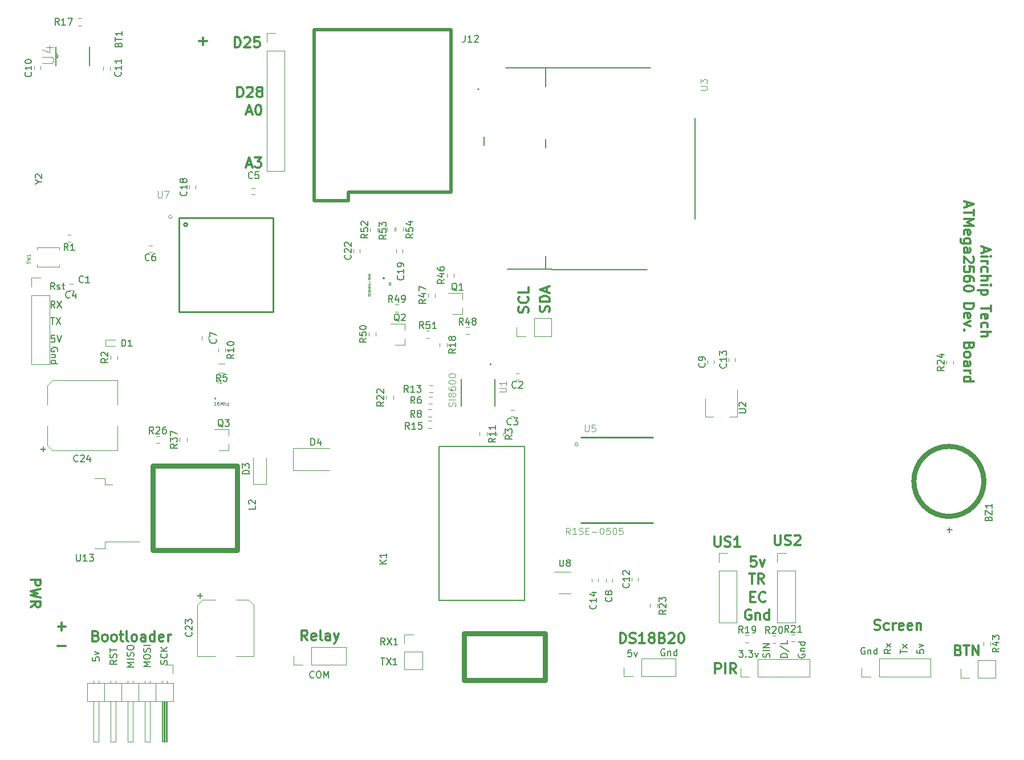
<source format=gto>
G04 #@! TF.FileFunction,Legend,Top*
%FSLAX46Y46*%
G04 Gerber Fmt 4.6, Leading zero omitted, Abs format (unit mm)*
G04 Created by KiCad (PCBNEW 4.0.7) date 06/14/18 07:18:42*
%MOMM*%
%LPD*%
G01*
G04 APERTURE LIST*
%ADD10C,0.100000*%
%ADD11C,0.200000*%
%ADD12C,0.300000*%
%ADD13C,0.120000*%
%ADD14C,0.800000*%
%ADD15C,0.127000*%
%ADD16C,0.150000*%
%ADD17C,0.500000*%
%ADD18C,0.152400*%
%ADD19C,0.254000*%
%ADD20C,0.050000*%
G04 APERTURE END LIST*
D10*
D11*
X64982381Y-123662857D02*
X64982381Y-124139048D01*
X65458571Y-124186667D01*
X65410952Y-124139048D01*
X65363333Y-124043810D01*
X65363333Y-123805714D01*
X65410952Y-123710476D01*
X65458571Y-123662857D01*
X65553810Y-123615238D01*
X65791905Y-123615238D01*
X65887143Y-123662857D01*
X65934762Y-123710476D01*
X65982381Y-123805714D01*
X65982381Y-124043810D01*
X65934762Y-124139048D01*
X65887143Y-124186667D01*
X65315714Y-123281905D02*
X65982381Y-123043810D01*
X65315714Y-122805714D01*
X68552381Y-124107619D02*
X68076190Y-124440953D01*
X68552381Y-124679048D02*
X67552381Y-124679048D01*
X67552381Y-124298095D01*
X67600000Y-124202857D01*
X67647619Y-124155238D01*
X67742857Y-124107619D01*
X67885714Y-124107619D01*
X67980952Y-124155238D01*
X68028571Y-124202857D01*
X68076190Y-124298095D01*
X68076190Y-124679048D01*
X68504762Y-123726667D02*
X68552381Y-123583810D01*
X68552381Y-123345714D01*
X68504762Y-123250476D01*
X68457143Y-123202857D01*
X68361905Y-123155238D01*
X68266667Y-123155238D01*
X68171429Y-123202857D01*
X68123810Y-123250476D01*
X68076190Y-123345714D01*
X68028571Y-123536191D01*
X67980952Y-123631429D01*
X67933333Y-123679048D01*
X67838095Y-123726667D01*
X67742857Y-123726667D01*
X67647619Y-123679048D01*
X67600000Y-123631429D01*
X67552381Y-123536191D01*
X67552381Y-123298095D01*
X67600000Y-123155238D01*
X67552381Y-122869524D02*
X67552381Y-122298095D01*
X68552381Y-122583810D02*
X67552381Y-122583810D01*
X71092381Y-125071428D02*
X70092381Y-125071428D01*
X70806667Y-124738094D01*
X70092381Y-124404761D01*
X71092381Y-124404761D01*
X71092381Y-123928571D02*
X70092381Y-123928571D01*
X71044762Y-123500000D02*
X71092381Y-123357143D01*
X71092381Y-123119047D01*
X71044762Y-123023809D01*
X70997143Y-122976190D01*
X70901905Y-122928571D01*
X70806667Y-122928571D01*
X70711429Y-122976190D01*
X70663810Y-123023809D01*
X70616190Y-123119047D01*
X70568571Y-123309524D01*
X70520952Y-123404762D01*
X70473333Y-123452381D01*
X70378095Y-123500000D01*
X70282857Y-123500000D01*
X70187619Y-123452381D01*
X70140000Y-123404762D01*
X70092381Y-123309524D01*
X70092381Y-123071428D01*
X70140000Y-122928571D01*
X70092381Y-122309524D02*
X70092381Y-122119047D01*
X70140000Y-122023809D01*
X70235238Y-121928571D01*
X70425714Y-121880952D01*
X70759048Y-121880952D01*
X70949524Y-121928571D01*
X71044762Y-122023809D01*
X71092381Y-122119047D01*
X71092381Y-122309524D01*
X71044762Y-122404762D01*
X70949524Y-122500000D01*
X70759048Y-122547619D01*
X70425714Y-122547619D01*
X70235238Y-122500000D01*
X70140000Y-122404762D01*
X70092381Y-122309524D01*
X73542381Y-125011428D02*
X72542381Y-125011428D01*
X73256667Y-124678094D01*
X72542381Y-124344761D01*
X73542381Y-124344761D01*
X72542381Y-123678095D02*
X72542381Y-123487618D01*
X72590000Y-123392380D01*
X72685238Y-123297142D01*
X72875714Y-123249523D01*
X73209048Y-123249523D01*
X73399524Y-123297142D01*
X73494762Y-123392380D01*
X73542381Y-123487618D01*
X73542381Y-123678095D01*
X73494762Y-123773333D01*
X73399524Y-123868571D01*
X73209048Y-123916190D01*
X72875714Y-123916190D01*
X72685238Y-123868571D01*
X72590000Y-123773333D01*
X72542381Y-123678095D01*
X73494762Y-122868571D02*
X73542381Y-122725714D01*
X73542381Y-122487618D01*
X73494762Y-122392380D01*
X73447143Y-122344761D01*
X73351905Y-122297142D01*
X73256667Y-122297142D01*
X73161429Y-122344761D01*
X73113810Y-122392380D01*
X73066190Y-122487618D01*
X73018571Y-122678095D01*
X72970952Y-122773333D01*
X72923333Y-122820952D01*
X72828095Y-122868571D01*
X72732857Y-122868571D01*
X72637619Y-122820952D01*
X72590000Y-122773333D01*
X72542381Y-122678095D01*
X72542381Y-122439999D01*
X72590000Y-122297142D01*
X73542381Y-121868571D02*
X72542381Y-121868571D01*
X76024762Y-124705714D02*
X76072381Y-124562857D01*
X76072381Y-124324761D01*
X76024762Y-124229523D01*
X75977143Y-124181904D01*
X75881905Y-124134285D01*
X75786667Y-124134285D01*
X75691429Y-124181904D01*
X75643810Y-124229523D01*
X75596190Y-124324761D01*
X75548571Y-124515238D01*
X75500952Y-124610476D01*
X75453333Y-124658095D01*
X75358095Y-124705714D01*
X75262857Y-124705714D01*
X75167619Y-124658095D01*
X75120000Y-124610476D01*
X75072381Y-124515238D01*
X75072381Y-124277142D01*
X75120000Y-124134285D01*
X75977143Y-123134285D02*
X76024762Y-123181904D01*
X76072381Y-123324761D01*
X76072381Y-123419999D01*
X76024762Y-123562857D01*
X75929524Y-123658095D01*
X75834286Y-123705714D01*
X75643810Y-123753333D01*
X75500952Y-123753333D01*
X75310476Y-123705714D01*
X75215238Y-123658095D01*
X75120000Y-123562857D01*
X75072381Y-123419999D01*
X75072381Y-123324761D01*
X75120000Y-123181904D01*
X75167619Y-123134285D01*
X76072381Y-122705714D02*
X75072381Y-122705714D01*
X76072381Y-122134285D02*
X75500952Y-122562857D01*
X75072381Y-122134285D02*
X75643810Y-122705714D01*
D12*
X65475715Y-120472857D02*
X65690001Y-120544286D01*
X65761429Y-120615714D01*
X65832858Y-120758571D01*
X65832858Y-120972857D01*
X65761429Y-121115714D01*
X65690001Y-121187143D01*
X65547143Y-121258571D01*
X64975715Y-121258571D01*
X64975715Y-119758571D01*
X65475715Y-119758571D01*
X65618572Y-119830000D01*
X65690001Y-119901429D01*
X65761429Y-120044286D01*
X65761429Y-120187143D01*
X65690001Y-120330000D01*
X65618572Y-120401429D01*
X65475715Y-120472857D01*
X64975715Y-120472857D01*
X66690001Y-121258571D02*
X66547143Y-121187143D01*
X66475715Y-121115714D01*
X66404286Y-120972857D01*
X66404286Y-120544286D01*
X66475715Y-120401429D01*
X66547143Y-120330000D01*
X66690001Y-120258571D01*
X66904286Y-120258571D01*
X67047143Y-120330000D01*
X67118572Y-120401429D01*
X67190001Y-120544286D01*
X67190001Y-120972857D01*
X67118572Y-121115714D01*
X67047143Y-121187143D01*
X66904286Y-121258571D01*
X66690001Y-121258571D01*
X68047144Y-121258571D02*
X67904286Y-121187143D01*
X67832858Y-121115714D01*
X67761429Y-120972857D01*
X67761429Y-120544286D01*
X67832858Y-120401429D01*
X67904286Y-120330000D01*
X68047144Y-120258571D01*
X68261429Y-120258571D01*
X68404286Y-120330000D01*
X68475715Y-120401429D01*
X68547144Y-120544286D01*
X68547144Y-120972857D01*
X68475715Y-121115714D01*
X68404286Y-121187143D01*
X68261429Y-121258571D01*
X68047144Y-121258571D01*
X68975715Y-120258571D02*
X69547144Y-120258571D01*
X69190001Y-119758571D02*
X69190001Y-121044286D01*
X69261429Y-121187143D01*
X69404287Y-121258571D01*
X69547144Y-121258571D01*
X70261430Y-121258571D02*
X70118572Y-121187143D01*
X70047144Y-121044286D01*
X70047144Y-119758571D01*
X71047144Y-121258571D02*
X70904286Y-121187143D01*
X70832858Y-121115714D01*
X70761429Y-120972857D01*
X70761429Y-120544286D01*
X70832858Y-120401429D01*
X70904286Y-120330000D01*
X71047144Y-120258571D01*
X71261429Y-120258571D01*
X71404286Y-120330000D01*
X71475715Y-120401429D01*
X71547144Y-120544286D01*
X71547144Y-120972857D01*
X71475715Y-121115714D01*
X71404286Y-121187143D01*
X71261429Y-121258571D01*
X71047144Y-121258571D01*
X72832858Y-121258571D02*
X72832858Y-120472857D01*
X72761429Y-120330000D01*
X72618572Y-120258571D01*
X72332858Y-120258571D01*
X72190001Y-120330000D01*
X72832858Y-121187143D02*
X72690001Y-121258571D01*
X72332858Y-121258571D01*
X72190001Y-121187143D01*
X72118572Y-121044286D01*
X72118572Y-120901429D01*
X72190001Y-120758571D01*
X72332858Y-120687143D01*
X72690001Y-120687143D01*
X72832858Y-120615714D01*
X74190001Y-121258571D02*
X74190001Y-119758571D01*
X74190001Y-121187143D02*
X74047144Y-121258571D01*
X73761430Y-121258571D01*
X73618572Y-121187143D01*
X73547144Y-121115714D01*
X73475715Y-120972857D01*
X73475715Y-120544286D01*
X73547144Y-120401429D01*
X73618572Y-120330000D01*
X73761430Y-120258571D01*
X74047144Y-120258571D01*
X74190001Y-120330000D01*
X75475715Y-121187143D02*
X75332858Y-121258571D01*
X75047144Y-121258571D01*
X74904287Y-121187143D01*
X74832858Y-121044286D01*
X74832858Y-120472857D01*
X74904287Y-120330000D01*
X75047144Y-120258571D01*
X75332858Y-120258571D01*
X75475715Y-120330000D01*
X75547144Y-120472857D01*
X75547144Y-120615714D01*
X74832858Y-120758571D01*
X76190001Y-121258571D02*
X76190001Y-120258571D01*
X76190001Y-120544286D02*
X76261429Y-120401429D01*
X76332858Y-120330000D01*
X76475715Y-120258571D01*
X76618572Y-120258571D01*
X197335000Y-62757143D02*
X197335000Y-63471429D01*
X196906429Y-62614286D02*
X198406429Y-63114286D01*
X196906429Y-63614286D01*
X196906429Y-64114286D02*
X197906429Y-64114286D01*
X198406429Y-64114286D02*
X198335000Y-64042857D01*
X198263571Y-64114286D01*
X198335000Y-64185714D01*
X198406429Y-64114286D01*
X198263571Y-64114286D01*
X196906429Y-64828572D02*
X197906429Y-64828572D01*
X197620714Y-64828572D02*
X197763571Y-64900000D01*
X197835000Y-64971429D01*
X197906429Y-65114286D01*
X197906429Y-65257143D01*
X196977857Y-66400000D02*
X196906429Y-66257143D01*
X196906429Y-65971429D01*
X196977857Y-65828571D01*
X197049286Y-65757143D01*
X197192143Y-65685714D01*
X197620714Y-65685714D01*
X197763571Y-65757143D01*
X197835000Y-65828571D01*
X197906429Y-65971429D01*
X197906429Y-66257143D01*
X197835000Y-66400000D01*
X196906429Y-67042857D02*
X198406429Y-67042857D01*
X196906429Y-67685714D02*
X197692143Y-67685714D01*
X197835000Y-67614285D01*
X197906429Y-67471428D01*
X197906429Y-67257143D01*
X197835000Y-67114285D01*
X197763571Y-67042857D01*
X196906429Y-68400000D02*
X197906429Y-68400000D01*
X198406429Y-68400000D02*
X198335000Y-68328571D01*
X198263571Y-68400000D01*
X198335000Y-68471428D01*
X198406429Y-68400000D01*
X198263571Y-68400000D01*
X197906429Y-69114286D02*
X196406429Y-69114286D01*
X197835000Y-69114286D02*
X197906429Y-69257143D01*
X197906429Y-69542857D01*
X197835000Y-69685714D01*
X197763571Y-69757143D01*
X197620714Y-69828572D01*
X197192143Y-69828572D01*
X197049286Y-69757143D01*
X196977857Y-69685714D01*
X196906429Y-69542857D01*
X196906429Y-69257143D01*
X196977857Y-69114286D01*
X198406429Y-71400000D02*
X198406429Y-72257143D01*
X196906429Y-71828572D02*
X198406429Y-71828572D01*
X196977857Y-73328571D02*
X196906429Y-73185714D01*
X196906429Y-72900000D01*
X196977857Y-72757143D01*
X197120714Y-72685714D01*
X197692143Y-72685714D01*
X197835000Y-72757143D01*
X197906429Y-72900000D01*
X197906429Y-73185714D01*
X197835000Y-73328571D01*
X197692143Y-73400000D01*
X197549286Y-73400000D01*
X197406429Y-72685714D01*
X196977857Y-74685714D02*
X196906429Y-74542857D01*
X196906429Y-74257143D01*
X196977857Y-74114285D01*
X197049286Y-74042857D01*
X197192143Y-73971428D01*
X197620714Y-73971428D01*
X197763571Y-74042857D01*
X197835000Y-74114285D01*
X197906429Y-74257143D01*
X197906429Y-74542857D01*
X197835000Y-74685714D01*
X196906429Y-75328571D02*
X198406429Y-75328571D01*
X196906429Y-75971428D02*
X197692143Y-75971428D01*
X197835000Y-75899999D01*
X197906429Y-75757142D01*
X197906429Y-75542857D01*
X197835000Y-75399999D01*
X197763571Y-75328571D01*
X194785000Y-56042858D02*
X194785000Y-56757144D01*
X194356429Y-55900001D02*
X195856429Y-56400001D01*
X194356429Y-56900001D01*
X195856429Y-57185715D02*
X195856429Y-58042858D01*
X194356429Y-57614287D02*
X195856429Y-57614287D01*
X194356429Y-58542858D02*
X195856429Y-58542858D01*
X194785000Y-59042858D01*
X195856429Y-59542858D01*
X194356429Y-59542858D01*
X194427857Y-60828572D02*
X194356429Y-60685715D01*
X194356429Y-60400001D01*
X194427857Y-60257144D01*
X194570714Y-60185715D01*
X195142143Y-60185715D01*
X195285000Y-60257144D01*
X195356429Y-60400001D01*
X195356429Y-60685715D01*
X195285000Y-60828572D01*
X195142143Y-60900001D01*
X194999286Y-60900001D01*
X194856429Y-60185715D01*
X195356429Y-62185715D02*
X194142143Y-62185715D01*
X193999286Y-62114286D01*
X193927857Y-62042858D01*
X193856429Y-61900001D01*
X193856429Y-61685715D01*
X193927857Y-61542858D01*
X194427857Y-62185715D02*
X194356429Y-62042858D01*
X194356429Y-61757144D01*
X194427857Y-61614286D01*
X194499286Y-61542858D01*
X194642143Y-61471429D01*
X195070714Y-61471429D01*
X195213571Y-61542858D01*
X195285000Y-61614286D01*
X195356429Y-61757144D01*
X195356429Y-62042858D01*
X195285000Y-62185715D01*
X194356429Y-63542858D02*
X195142143Y-63542858D01*
X195285000Y-63471429D01*
X195356429Y-63328572D01*
X195356429Y-63042858D01*
X195285000Y-62900001D01*
X194427857Y-63542858D02*
X194356429Y-63400001D01*
X194356429Y-63042858D01*
X194427857Y-62900001D01*
X194570714Y-62828572D01*
X194713571Y-62828572D01*
X194856429Y-62900001D01*
X194927857Y-63042858D01*
X194927857Y-63400001D01*
X194999286Y-63542858D01*
X195713571Y-64185715D02*
X195785000Y-64257144D01*
X195856429Y-64400001D01*
X195856429Y-64757144D01*
X195785000Y-64900001D01*
X195713571Y-64971430D01*
X195570714Y-65042858D01*
X195427857Y-65042858D01*
X195213571Y-64971430D01*
X194356429Y-64114287D01*
X194356429Y-65042858D01*
X195856429Y-66400001D02*
X195856429Y-65685715D01*
X195142143Y-65614286D01*
X195213571Y-65685715D01*
X195285000Y-65828572D01*
X195285000Y-66185715D01*
X195213571Y-66328572D01*
X195142143Y-66400001D01*
X194999286Y-66471429D01*
X194642143Y-66471429D01*
X194499286Y-66400001D01*
X194427857Y-66328572D01*
X194356429Y-66185715D01*
X194356429Y-65828572D01*
X194427857Y-65685715D01*
X194499286Y-65614286D01*
X195856429Y-67757143D02*
X195856429Y-67471429D01*
X195785000Y-67328572D01*
X195713571Y-67257143D01*
X195499286Y-67114286D01*
X195213571Y-67042857D01*
X194642143Y-67042857D01*
X194499286Y-67114286D01*
X194427857Y-67185714D01*
X194356429Y-67328572D01*
X194356429Y-67614286D01*
X194427857Y-67757143D01*
X194499286Y-67828572D01*
X194642143Y-67900000D01*
X194999286Y-67900000D01*
X195142143Y-67828572D01*
X195213571Y-67757143D01*
X195285000Y-67614286D01*
X195285000Y-67328572D01*
X195213571Y-67185714D01*
X195142143Y-67114286D01*
X194999286Y-67042857D01*
X195856429Y-68828571D02*
X195856429Y-68971428D01*
X195785000Y-69114285D01*
X195713571Y-69185714D01*
X195570714Y-69257143D01*
X195285000Y-69328571D01*
X194927857Y-69328571D01*
X194642143Y-69257143D01*
X194499286Y-69185714D01*
X194427857Y-69114285D01*
X194356429Y-68971428D01*
X194356429Y-68828571D01*
X194427857Y-68685714D01*
X194499286Y-68614285D01*
X194642143Y-68542857D01*
X194927857Y-68471428D01*
X195285000Y-68471428D01*
X195570714Y-68542857D01*
X195713571Y-68614285D01*
X195785000Y-68685714D01*
X195856429Y-68828571D01*
X194356429Y-71114285D02*
X195856429Y-71114285D01*
X195856429Y-71471428D01*
X195785000Y-71685713D01*
X195642143Y-71828571D01*
X195499286Y-71899999D01*
X195213571Y-71971428D01*
X194999286Y-71971428D01*
X194713571Y-71899999D01*
X194570714Y-71828571D01*
X194427857Y-71685713D01*
X194356429Y-71471428D01*
X194356429Y-71114285D01*
X194427857Y-73185713D02*
X194356429Y-73042856D01*
X194356429Y-72757142D01*
X194427857Y-72614285D01*
X194570714Y-72542856D01*
X195142143Y-72542856D01*
X195285000Y-72614285D01*
X195356429Y-72757142D01*
X195356429Y-73042856D01*
X195285000Y-73185713D01*
X195142143Y-73257142D01*
X194999286Y-73257142D01*
X194856429Y-72542856D01*
X195356429Y-73757142D02*
X194356429Y-74114285D01*
X195356429Y-74471427D01*
X194499286Y-75042856D02*
X194427857Y-75114284D01*
X194356429Y-75042856D01*
X194427857Y-74971427D01*
X194499286Y-75042856D01*
X194356429Y-75042856D01*
X195142143Y-77399999D02*
X195070714Y-77614285D01*
X194999286Y-77685713D01*
X194856429Y-77757142D01*
X194642143Y-77757142D01*
X194499286Y-77685713D01*
X194427857Y-77614285D01*
X194356429Y-77471427D01*
X194356429Y-76899999D01*
X195856429Y-76899999D01*
X195856429Y-77399999D01*
X195785000Y-77542856D01*
X195713571Y-77614285D01*
X195570714Y-77685713D01*
X195427857Y-77685713D01*
X195285000Y-77614285D01*
X195213571Y-77542856D01*
X195142143Y-77399999D01*
X195142143Y-76899999D01*
X194356429Y-78614285D02*
X194427857Y-78471427D01*
X194499286Y-78399999D01*
X194642143Y-78328570D01*
X195070714Y-78328570D01*
X195213571Y-78399999D01*
X195285000Y-78471427D01*
X195356429Y-78614285D01*
X195356429Y-78828570D01*
X195285000Y-78971427D01*
X195213571Y-79042856D01*
X195070714Y-79114285D01*
X194642143Y-79114285D01*
X194499286Y-79042856D01*
X194427857Y-78971427D01*
X194356429Y-78828570D01*
X194356429Y-78614285D01*
X194356429Y-80399999D02*
X195142143Y-80399999D01*
X195285000Y-80328570D01*
X195356429Y-80185713D01*
X195356429Y-79899999D01*
X195285000Y-79757142D01*
X194427857Y-80399999D02*
X194356429Y-80257142D01*
X194356429Y-79899999D01*
X194427857Y-79757142D01*
X194570714Y-79685713D01*
X194713571Y-79685713D01*
X194856429Y-79757142D01*
X194927857Y-79899999D01*
X194927857Y-80257142D01*
X194999286Y-80399999D01*
X194356429Y-81114285D02*
X195356429Y-81114285D01*
X195070714Y-81114285D02*
X195213571Y-81185713D01*
X195285000Y-81257142D01*
X195356429Y-81399999D01*
X195356429Y-81542856D01*
X194356429Y-82685713D02*
X195856429Y-82685713D01*
X194427857Y-82685713D02*
X194356429Y-82542856D01*
X194356429Y-82257142D01*
X194427857Y-82114284D01*
X194499286Y-82042856D01*
X194642143Y-81971427D01*
X195070714Y-81971427D01*
X195213571Y-82042856D01*
X195285000Y-82114284D01*
X195356429Y-82257142D01*
X195356429Y-82542856D01*
X195285000Y-82685713D01*
X80808572Y-32167143D02*
X81951429Y-32167143D01*
X81380000Y-32738571D02*
X81380000Y-31595714D01*
D11*
X59349048Y-69012381D02*
X59015714Y-68536190D01*
X58777619Y-69012381D02*
X58777619Y-68012381D01*
X59158572Y-68012381D01*
X59253810Y-68060000D01*
X59301429Y-68107619D01*
X59349048Y-68202857D01*
X59349048Y-68345714D01*
X59301429Y-68440952D01*
X59253810Y-68488571D01*
X59158572Y-68536190D01*
X58777619Y-68536190D01*
X59730000Y-68964762D02*
X59825238Y-69012381D01*
X60015714Y-69012381D01*
X60110953Y-68964762D01*
X60158572Y-68869524D01*
X60158572Y-68821905D01*
X60110953Y-68726667D01*
X60015714Y-68679048D01*
X59872857Y-68679048D01*
X59777619Y-68631429D01*
X59730000Y-68536190D01*
X59730000Y-68488571D01*
X59777619Y-68393333D01*
X59872857Y-68345714D01*
X60015714Y-68345714D01*
X60110953Y-68393333D01*
X60444286Y-68345714D02*
X60825238Y-68345714D01*
X60587143Y-68012381D02*
X60587143Y-68869524D01*
X60634762Y-68964762D01*
X60730000Y-69012381D01*
X60825238Y-69012381D01*
X59760000Y-78217143D02*
X59807619Y-78121905D01*
X59807619Y-77979048D01*
X59760000Y-77836190D01*
X59664762Y-77740952D01*
X59569524Y-77693333D01*
X59379048Y-77645714D01*
X59236190Y-77645714D01*
X59045714Y-77693333D01*
X58950476Y-77740952D01*
X58855238Y-77836190D01*
X58807619Y-77979048D01*
X58807619Y-78074286D01*
X58855238Y-78217143D01*
X58902857Y-78264762D01*
X59236190Y-78264762D01*
X59236190Y-78074286D01*
X59474286Y-78693333D02*
X58807619Y-78693333D01*
X59379048Y-78693333D02*
X59426667Y-78740952D01*
X59474286Y-78836190D01*
X59474286Y-78979048D01*
X59426667Y-79074286D01*
X59331429Y-79121905D01*
X58807619Y-79121905D01*
X58807619Y-80026667D02*
X59807619Y-80026667D01*
X58855238Y-80026667D02*
X58807619Y-79931429D01*
X58807619Y-79740952D01*
X58855238Y-79645714D01*
X58902857Y-79598095D01*
X58998095Y-79550476D01*
X59283810Y-79550476D01*
X59379048Y-79598095D01*
X59426667Y-79645714D01*
X59474286Y-79740952D01*
X59474286Y-79931429D01*
X59426667Y-80026667D01*
X59329524Y-75862381D02*
X58853333Y-75862381D01*
X58805714Y-76338571D01*
X58853333Y-76290952D01*
X58948571Y-76243333D01*
X59186667Y-76243333D01*
X59281905Y-76290952D01*
X59329524Y-76338571D01*
X59377143Y-76433810D01*
X59377143Y-76671905D01*
X59329524Y-76767143D01*
X59281905Y-76814762D01*
X59186667Y-76862381D01*
X58948571Y-76862381D01*
X58853333Y-76814762D01*
X58805714Y-76767143D01*
X59662857Y-75862381D02*
X59996190Y-76862381D01*
X60329524Y-75862381D01*
X58758095Y-73182381D02*
X59329524Y-73182381D01*
X59043809Y-74182381D02*
X59043809Y-73182381D01*
X59567619Y-73182381D02*
X60234286Y-74182381D01*
X60234286Y-73182381D02*
X59567619Y-74182381D01*
X59383334Y-71762381D02*
X59050000Y-71286190D01*
X58811905Y-71762381D02*
X58811905Y-70762381D01*
X59192858Y-70762381D01*
X59288096Y-70810000D01*
X59335715Y-70857619D01*
X59383334Y-70952857D01*
X59383334Y-71095714D01*
X59335715Y-71190952D01*
X59288096Y-71238571D01*
X59192858Y-71286190D01*
X58811905Y-71286190D01*
X59716667Y-70762381D02*
X60383334Y-71762381D01*
X60383334Y-70762381D02*
X59716667Y-71762381D01*
D12*
X193550000Y-122582857D02*
X193764286Y-122654286D01*
X193835714Y-122725714D01*
X193907143Y-122868571D01*
X193907143Y-123082857D01*
X193835714Y-123225714D01*
X193764286Y-123297143D01*
X193621428Y-123368571D01*
X193050000Y-123368571D01*
X193050000Y-121868571D01*
X193550000Y-121868571D01*
X193692857Y-121940000D01*
X193764286Y-122011429D01*
X193835714Y-122154286D01*
X193835714Y-122297143D01*
X193764286Y-122440000D01*
X193692857Y-122511429D01*
X193550000Y-122582857D01*
X193050000Y-122582857D01*
X194335714Y-121868571D02*
X195192857Y-121868571D01*
X194764286Y-123368571D02*
X194764286Y-121868571D01*
X195692857Y-123368571D02*
X195692857Y-121868571D01*
X196550000Y-123368571D01*
X196550000Y-121868571D01*
X55761429Y-112160000D02*
X57261429Y-112160000D01*
X57261429Y-112731428D01*
X57190000Y-112874286D01*
X57118571Y-112945714D01*
X56975714Y-113017143D01*
X56761429Y-113017143D01*
X56618571Y-112945714D01*
X56547143Y-112874286D01*
X56475714Y-112731428D01*
X56475714Y-112160000D01*
X57261429Y-113517143D02*
X55761429Y-113874286D01*
X56832857Y-114160000D01*
X55761429Y-114445714D01*
X57261429Y-114802857D01*
X55761429Y-116231429D02*
X56475714Y-115731429D01*
X55761429Y-115374286D02*
X57261429Y-115374286D01*
X57261429Y-115945714D01*
X57190000Y-116088572D01*
X57118571Y-116160000D01*
X56975714Y-116231429D01*
X56761429Y-116231429D01*
X56618571Y-116160000D01*
X56547143Y-116088572D01*
X56475714Y-115945714D01*
X56475714Y-115374286D01*
X87858572Y-50510000D02*
X88572858Y-50510000D01*
X87715715Y-50938571D02*
X88215715Y-49438571D01*
X88715715Y-50938571D01*
X89072858Y-49438571D02*
X90001429Y-49438571D01*
X89501429Y-50010000D01*
X89715715Y-50010000D01*
X89858572Y-50081429D01*
X89930001Y-50152857D01*
X90001429Y-50295714D01*
X90001429Y-50652857D01*
X89930001Y-50795714D01*
X89858572Y-50867143D01*
X89715715Y-50938571D01*
X89287143Y-50938571D01*
X89144286Y-50867143D01*
X89072858Y-50795714D01*
X87878572Y-42680000D02*
X88592858Y-42680000D01*
X87735715Y-43108571D02*
X88235715Y-41608571D01*
X88735715Y-43108571D01*
X89521429Y-41608571D02*
X89664286Y-41608571D01*
X89807143Y-41680000D01*
X89878572Y-41751429D01*
X89950001Y-41894286D01*
X90021429Y-42180000D01*
X90021429Y-42537143D01*
X89950001Y-42822857D01*
X89878572Y-42965714D01*
X89807143Y-43037143D01*
X89664286Y-43108571D01*
X89521429Y-43108571D01*
X89378572Y-43037143D01*
X89307143Y-42965714D01*
X89235715Y-42822857D01*
X89164286Y-42537143D01*
X89164286Y-42180000D01*
X89235715Y-41894286D01*
X89307143Y-41751429D01*
X89378572Y-41680000D01*
X89521429Y-41608571D01*
X86488572Y-40468571D02*
X86488572Y-38968571D01*
X86845715Y-38968571D01*
X87060000Y-39040000D01*
X87202858Y-39182857D01*
X87274286Y-39325714D01*
X87345715Y-39611429D01*
X87345715Y-39825714D01*
X87274286Y-40111429D01*
X87202858Y-40254286D01*
X87060000Y-40397143D01*
X86845715Y-40468571D01*
X86488572Y-40468571D01*
X87917143Y-39111429D02*
X87988572Y-39040000D01*
X88131429Y-38968571D01*
X88488572Y-38968571D01*
X88631429Y-39040000D01*
X88702858Y-39111429D01*
X88774286Y-39254286D01*
X88774286Y-39397143D01*
X88702858Y-39611429D01*
X87845715Y-40468571D01*
X88774286Y-40468571D01*
X89631429Y-39611429D02*
X89488571Y-39540000D01*
X89417143Y-39468571D01*
X89345714Y-39325714D01*
X89345714Y-39254286D01*
X89417143Y-39111429D01*
X89488571Y-39040000D01*
X89631429Y-38968571D01*
X89917143Y-38968571D01*
X90060000Y-39040000D01*
X90131429Y-39111429D01*
X90202857Y-39254286D01*
X90202857Y-39325714D01*
X90131429Y-39468571D01*
X90060000Y-39540000D01*
X89917143Y-39611429D01*
X89631429Y-39611429D01*
X89488571Y-39682857D01*
X89417143Y-39754286D01*
X89345714Y-39897143D01*
X89345714Y-40182857D01*
X89417143Y-40325714D01*
X89488571Y-40397143D01*
X89631429Y-40468571D01*
X89917143Y-40468571D01*
X90060000Y-40397143D01*
X90131429Y-40325714D01*
X90202857Y-40182857D01*
X90202857Y-39897143D01*
X90131429Y-39754286D01*
X90060000Y-39682857D01*
X89917143Y-39611429D01*
X86088572Y-33078571D02*
X86088572Y-31578571D01*
X86445715Y-31578571D01*
X86660000Y-31650000D01*
X86802858Y-31792857D01*
X86874286Y-31935714D01*
X86945715Y-32221429D01*
X86945715Y-32435714D01*
X86874286Y-32721429D01*
X86802858Y-32864286D01*
X86660000Y-33007143D01*
X86445715Y-33078571D01*
X86088572Y-33078571D01*
X87517143Y-31721429D02*
X87588572Y-31650000D01*
X87731429Y-31578571D01*
X88088572Y-31578571D01*
X88231429Y-31650000D01*
X88302858Y-31721429D01*
X88374286Y-31864286D01*
X88374286Y-32007143D01*
X88302858Y-32221429D01*
X87445715Y-33078571D01*
X88374286Y-33078571D01*
X89731429Y-31578571D02*
X89017143Y-31578571D01*
X88945714Y-32292857D01*
X89017143Y-32221429D01*
X89160000Y-32150000D01*
X89517143Y-32150000D01*
X89660000Y-32221429D01*
X89731429Y-32292857D01*
X89802857Y-32435714D01*
X89802857Y-32792857D01*
X89731429Y-32935714D01*
X89660000Y-33007143D01*
X89517143Y-33078571D01*
X89160000Y-33078571D01*
X89017143Y-33007143D01*
X88945714Y-32935714D01*
D11*
X165484762Y-123667619D02*
X165532381Y-123524762D01*
X165532381Y-123286666D01*
X165484762Y-123191428D01*
X165437143Y-123143809D01*
X165341905Y-123096190D01*
X165246667Y-123096190D01*
X165151429Y-123143809D01*
X165103810Y-123191428D01*
X165056190Y-123286666D01*
X165008571Y-123477143D01*
X164960952Y-123572381D01*
X164913333Y-123620000D01*
X164818095Y-123667619D01*
X164722857Y-123667619D01*
X164627619Y-123620000D01*
X164580000Y-123572381D01*
X164532381Y-123477143D01*
X164532381Y-123239047D01*
X164580000Y-123096190D01*
X165532381Y-122667619D02*
X164532381Y-122667619D01*
X165532381Y-122191429D02*
X164532381Y-122191429D01*
X165532381Y-121620000D01*
X164532381Y-121620000D01*
X168132381Y-123650476D02*
X167132381Y-123650476D01*
X167132381Y-123412381D01*
X167180000Y-123269523D01*
X167275238Y-123174285D01*
X167370476Y-123126666D01*
X167560952Y-123079047D01*
X167703810Y-123079047D01*
X167894286Y-123126666D01*
X167989524Y-123174285D01*
X168084762Y-123269523D01*
X168132381Y-123412381D01*
X168132381Y-123650476D01*
X167084762Y-121936190D02*
X168370476Y-122793333D01*
X168132381Y-121126666D02*
X168132381Y-121602857D01*
X167132381Y-121602857D01*
X160961429Y-122632381D02*
X161580477Y-122632381D01*
X161247143Y-123013333D01*
X161390001Y-123013333D01*
X161485239Y-123060952D01*
X161532858Y-123108571D01*
X161580477Y-123203810D01*
X161580477Y-123441905D01*
X161532858Y-123537143D01*
X161485239Y-123584762D01*
X161390001Y-123632381D01*
X161104286Y-123632381D01*
X161009048Y-123584762D01*
X160961429Y-123537143D01*
X162009048Y-123537143D02*
X162056667Y-123584762D01*
X162009048Y-123632381D01*
X161961429Y-123584762D01*
X162009048Y-123537143D01*
X162009048Y-123632381D01*
X162390000Y-122632381D02*
X163009048Y-122632381D01*
X162675714Y-123013333D01*
X162818572Y-123013333D01*
X162913810Y-123060952D01*
X162961429Y-123108571D01*
X163009048Y-123203810D01*
X163009048Y-123441905D01*
X162961429Y-123537143D01*
X162913810Y-123584762D01*
X162818572Y-123632381D01*
X162532857Y-123632381D01*
X162437619Y-123584762D01*
X162390000Y-123537143D01*
X163342381Y-122965714D02*
X163580476Y-123632381D01*
X163818572Y-122965714D01*
X169810000Y-123182857D02*
X169762381Y-123278095D01*
X169762381Y-123420952D01*
X169810000Y-123563810D01*
X169905238Y-123659048D01*
X170000476Y-123706667D01*
X170190952Y-123754286D01*
X170333810Y-123754286D01*
X170524286Y-123706667D01*
X170619524Y-123659048D01*
X170714762Y-123563810D01*
X170762381Y-123420952D01*
X170762381Y-123325714D01*
X170714762Y-123182857D01*
X170667143Y-123135238D01*
X170333810Y-123135238D01*
X170333810Y-123325714D01*
X170095714Y-122706667D02*
X170762381Y-122706667D01*
X170190952Y-122706667D02*
X170143333Y-122659048D01*
X170095714Y-122563810D01*
X170095714Y-122420952D01*
X170143333Y-122325714D01*
X170238571Y-122278095D01*
X170762381Y-122278095D01*
X170762381Y-121373333D02*
X169762381Y-121373333D01*
X170714762Y-121373333D02*
X170762381Y-121468571D01*
X170762381Y-121659048D01*
X170714762Y-121754286D01*
X170667143Y-121801905D01*
X170571905Y-121849524D01*
X170286190Y-121849524D01*
X170190952Y-121801905D01*
X170143333Y-121754286D01*
X170095714Y-121659048D01*
X170095714Y-121468571D01*
X170143333Y-121373333D01*
D12*
X157440000Y-126048571D02*
X157440000Y-124548571D01*
X158011428Y-124548571D01*
X158154286Y-124620000D01*
X158225714Y-124691429D01*
X158297143Y-124834286D01*
X158297143Y-125048571D01*
X158225714Y-125191429D01*
X158154286Y-125262857D01*
X158011428Y-125334286D01*
X157440000Y-125334286D01*
X158940000Y-126048571D02*
X158940000Y-124548571D01*
X160511429Y-126048571D02*
X160011429Y-125334286D01*
X159654286Y-126048571D02*
X159654286Y-124548571D01*
X160225714Y-124548571D01*
X160368572Y-124620000D01*
X160440000Y-124691429D01*
X160511429Y-124834286D01*
X160511429Y-125048571D01*
X160440000Y-125191429D01*
X160368572Y-125262857D01*
X160225714Y-125334286D01*
X159654286Y-125334286D01*
X166282858Y-105518571D02*
X166282858Y-106732857D01*
X166354286Y-106875714D01*
X166425715Y-106947143D01*
X166568572Y-107018571D01*
X166854286Y-107018571D01*
X166997144Y-106947143D01*
X167068572Y-106875714D01*
X167140001Y-106732857D01*
X167140001Y-105518571D01*
X167782858Y-106947143D02*
X167997144Y-107018571D01*
X168354287Y-107018571D01*
X168497144Y-106947143D01*
X168568573Y-106875714D01*
X168640001Y-106732857D01*
X168640001Y-106590000D01*
X168568573Y-106447143D01*
X168497144Y-106375714D01*
X168354287Y-106304286D01*
X168068573Y-106232857D01*
X167925715Y-106161429D01*
X167854287Y-106090000D01*
X167782858Y-105947143D01*
X167782858Y-105804286D01*
X167854287Y-105661429D01*
X167925715Y-105590000D01*
X168068573Y-105518571D01*
X168425715Y-105518571D01*
X168640001Y-105590000D01*
X169211429Y-105661429D02*
X169282858Y-105590000D01*
X169425715Y-105518571D01*
X169782858Y-105518571D01*
X169925715Y-105590000D01*
X169997144Y-105661429D01*
X170068572Y-105804286D01*
X170068572Y-105947143D01*
X169997144Y-106161429D01*
X169140001Y-107018571D01*
X170068572Y-107018571D01*
X157352858Y-105708571D02*
X157352858Y-106922857D01*
X157424286Y-107065714D01*
X157495715Y-107137143D01*
X157638572Y-107208571D01*
X157924286Y-107208571D01*
X158067144Y-107137143D01*
X158138572Y-107065714D01*
X158210001Y-106922857D01*
X158210001Y-105708571D01*
X158852858Y-107137143D02*
X159067144Y-107208571D01*
X159424287Y-107208571D01*
X159567144Y-107137143D01*
X159638573Y-107065714D01*
X159710001Y-106922857D01*
X159710001Y-106780000D01*
X159638573Y-106637143D01*
X159567144Y-106565714D01*
X159424287Y-106494286D01*
X159138573Y-106422857D01*
X158995715Y-106351429D01*
X158924287Y-106280000D01*
X158852858Y-106137143D01*
X158852858Y-105994286D01*
X158924287Y-105851429D01*
X158995715Y-105780000D01*
X159138573Y-105708571D01*
X159495715Y-105708571D01*
X159710001Y-105780000D01*
X161138572Y-107208571D02*
X160281429Y-107208571D01*
X160710001Y-107208571D02*
X160710001Y-105708571D01*
X160567144Y-105922857D01*
X160424286Y-106065714D01*
X160281429Y-106137143D01*
X162668572Y-114672857D02*
X163168572Y-114672857D01*
X163382858Y-115458571D02*
X162668572Y-115458571D01*
X162668572Y-113958571D01*
X163382858Y-113958571D01*
X164882858Y-115315714D02*
X164811429Y-115387143D01*
X164597143Y-115458571D01*
X164454286Y-115458571D01*
X164240001Y-115387143D01*
X164097143Y-115244286D01*
X164025715Y-115101429D01*
X163954286Y-114815714D01*
X163954286Y-114601429D01*
X164025715Y-114315714D01*
X164097143Y-114172857D01*
X164240001Y-114030000D01*
X164454286Y-113958571D01*
X164597143Y-113958571D01*
X164811429Y-114030000D01*
X164882858Y-114101429D01*
X162451429Y-111208571D02*
X163308572Y-111208571D01*
X162880001Y-112708571D02*
X162880001Y-111208571D01*
X164665715Y-112708571D02*
X164165715Y-111994286D01*
X163808572Y-112708571D02*
X163808572Y-111208571D01*
X164380000Y-111208571D01*
X164522858Y-111280000D01*
X164594286Y-111351429D01*
X164665715Y-111494286D01*
X164665715Y-111708571D01*
X164594286Y-111851429D01*
X164522858Y-111922857D01*
X164380000Y-111994286D01*
X163808572Y-111994286D01*
X162705714Y-116640000D02*
X162562857Y-116568571D01*
X162348571Y-116568571D01*
X162134286Y-116640000D01*
X161991428Y-116782857D01*
X161920000Y-116925714D01*
X161848571Y-117211429D01*
X161848571Y-117425714D01*
X161920000Y-117711429D01*
X161991428Y-117854286D01*
X162134286Y-117997143D01*
X162348571Y-118068571D01*
X162491428Y-118068571D01*
X162705714Y-117997143D01*
X162777143Y-117925714D01*
X162777143Y-117425714D01*
X162491428Y-117425714D01*
X163420000Y-117068571D02*
X163420000Y-118068571D01*
X163420000Y-117211429D02*
X163491428Y-117140000D01*
X163634286Y-117068571D01*
X163848571Y-117068571D01*
X163991428Y-117140000D01*
X164062857Y-117282857D01*
X164062857Y-118068571D01*
X165420000Y-118068571D02*
X165420000Y-116568571D01*
X165420000Y-117997143D02*
X165277143Y-118068571D01*
X164991429Y-118068571D01*
X164848571Y-117997143D01*
X164777143Y-117925714D01*
X164705714Y-117782857D01*
X164705714Y-117354286D01*
X164777143Y-117211429D01*
X164848571Y-117140000D01*
X164991429Y-117068571D01*
X165277143Y-117068571D01*
X165420000Y-117140000D01*
X163485715Y-108688571D02*
X162771429Y-108688571D01*
X162700000Y-109402857D01*
X162771429Y-109331429D01*
X162914286Y-109260000D01*
X163271429Y-109260000D01*
X163414286Y-109331429D01*
X163485715Y-109402857D01*
X163557143Y-109545714D01*
X163557143Y-109902857D01*
X163485715Y-110045714D01*
X163414286Y-110117143D01*
X163271429Y-110188571D01*
X162914286Y-110188571D01*
X162771429Y-110117143D01*
X162700000Y-110045714D01*
X164057143Y-109188571D02*
X164414286Y-110188571D01*
X164771428Y-109188571D01*
X129617143Y-72475714D02*
X129688571Y-72261428D01*
X129688571Y-71904285D01*
X129617143Y-71761428D01*
X129545714Y-71689999D01*
X129402857Y-71618571D01*
X129260000Y-71618571D01*
X129117143Y-71689999D01*
X129045714Y-71761428D01*
X128974286Y-71904285D01*
X128902857Y-72189999D01*
X128831429Y-72332857D01*
X128760000Y-72404285D01*
X128617143Y-72475714D01*
X128474286Y-72475714D01*
X128331429Y-72404285D01*
X128260000Y-72332857D01*
X128188571Y-72189999D01*
X128188571Y-71832857D01*
X128260000Y-71618571D01*
X129545714Y-70118571D02*
X129617143Y-70190000D01*
X129688571Y-70404286D01*
X129688571Y-70547143D01*
X129617143Y-70761428D01*
X129474286Y-70904286D01*
X129331429Y-70975714D01*
X129045714Y-71047143D01*
X128831429Y-71047143D01*
X128545714Y-70975714D01*
X128402857Y-70904286D01*
X128260000Y-70761428D01*
X128188571Y-70547143D01*
X128188571Y-70404286D01*
X128260000Y-70190000D01*
X128331429Y-70118571D01*
X129688571Y-68761428D02*
X129688571Y-69475714D01*
X128188571Y-69475714D01*
X132797143Y-72351428D02*
X132868571Y-72137142D01*
X132868571Y-71779999D01*
X132797143Y-71637142D01*
X132725714Y-71565713D01*
X132582857Y-71494285D01*
X132440000Y-71494285D01*
X132297143Y-71565713D01*
X132225714Y-71637142D01*
X132154286Y-71779999D01*
X132082857Y-72065713D01*
X132011429Y-72208571D01*
X131940000Y-72279999D01*
X131797143Y-72351428D01*
X131654286Y-72351428D01*
X131511429Y-72279999D01*
X131440000Y-72208571D01*
X131368571Y-72065713D01*
X131368571Y-71708571D01*
X131440000Y-71494285D01*
X132868571Y-70851428D02*
X131368571Y-70851428D01*
X131368571Y-70494285D01*
X131440000Y-70280000D01*
X131582857Y-70137142D01*
X131725714Y-70065714D01*
X132011429Y-69994285D01*
X132225714Y-69994285D01*
X132511429Y-70065714D01*
X132654286Y-70137142D01*
X132797143Y-70280000D01*
X132868571Y-70494285D01*
X132868571Y-70851428D01*
X132440000Y-69422857D02*
X132440000Y-68708571D01*
X132868571Y-69565714D02*
X131368571Y-69065714D01*
X132868571Y-68565714D01*
D11*
X108367143Y-121782381D02*
X108033809Y-121306190D01*
X107795714Y-121782381D02*
X107795714Y-120782381D01*
X108176667Y-120782381D01*
X108271905Y-120830000D01*
X108319524Y-120877619D01*
X108367143Y-120972857D01*
X108367143Y-121115714D01*
X108319524Y-121210952D01*
X108271905Y-121258571D01*
X108176667Y-121306190D01*
X107795714Y-121306190D01*
X108700476Y-120782381D02*
X109367143Y-121782381D01*
X109367143Y-120782381D02*
X108700476Y-121782381D01*
X110271905Y-121782381D02*
X109700476Y-121782381D01*
X109986190Y-121782381D02*
X109986190Y-120782381D01*
X109890952Y-120925238D01*
X109795714Y-121020476D01*
X109700476Y-121068095D01*
X107791905Y-123742381D02*
X108363334Y-123742381D01*
X108077619Y-124742381D02*
X108077619Y-123742381D01*
X108601429Y-123742381D02*
X109268096Y-124742381D01*
X109268096Y-123742381D02*
X108601429Y-124742381D01*
X110172858Y-124742381D02*
X109601429Y-124742381D01*
X109887143Y-124742381D02*
X109887143Y-123742381D01*
X109791905Y-123885238D01*
X109696667Y-123980476D01*
X109601429Y-124028095D01*
X97844286Y-126627143D02*
X97796667Y-126674762D01*
X97653810Y-126722381D01*
X97558572Y-126722381D01*
X97415714Y-126674762D01*
X97320476Y-126579524D01*
X97272857Y-126484286D01*
X97225238Y-126293810D01*
X97225238Y-126150952D01*
X97272857Y-125960476D01*
X97320476Y-125865238D01*
X97415714Y-125770000D01*
X97558572Y-125722381D01*
X97653810Y-125722381D01*
X97796667Y-125770000D01*
X97844286Y-125817619D01*
X98463333Y-125722381D02*
X98653810Y-125722381D01*
X98749048Y-125770000D01*
X98844286Y-125865238D01*
X98891905Y-126055714D01*
X98891905Y-126389048D01*
X98844286Y-126579524D01*
X98749048Y-126674762D01*
X98653810Y-126722381D01*
X98463333Y-126722381D01*
X98368095Y-126674762D01*
X98272857Y-126579524D01*
X98225238Y-126389048D01*
X98225238Y-126055714D01*
X98272857Y-125865238D01*
X98368095Y-125770000D01*
X98463333Y-125722381D01*
X99320476Y-126722381D02*
X99320476Y-125722381D01*
X99653810Y-126436667D01*
X99987143Y-125722381D01*
X99987143Y-126722381D01*
D12*
X96888572Y-121148571D02*
X96388572Y-120434286D01*
X96031429Y-121148571D02*
X96031429Y-119648571D01*
X96602857Y-119648571D01*
X96745715Y-119720000D01*
X96817143Y-119791429D01*
X96888572Y-119934286D01*
X96888572Y-120148571D01*
X96817143Y-120291429D01*
X96745715Y-120362857D01*
X96602857Y-120434286D01*
X96031429Y-120434286D01*
X98102857Y-121077143D02*
X97960000Y-121148571D01*
X97674286Y-121148571D01*
X97531429Y-121077143D01*
X97460000Y-120934286D01*
X97460000Y-120362857D01*
X97531429Y-120220000D01*
X97674286Y-120148571D01*
X97960000Y-120148571D01*
X98102857Y-120220000D01*
X98174286Y-120362857D01*
X98174286Y-120505714D01*
X97460000Y-120648571D01*
X99031429Y-121148571D02*
X98888571Y-121077143D01*
X98817143Y-120934286D01*
X98817143Y-119648571D01*
X100245714Y-121148571D02*
X100245714Y-120362857D01*
X100174285Y-120220000D01*
X100031428Y-120148571D01*
X99745714Y-120148571D01*
X99602857Y-120220000D01*
X100245714Y-121077143D02*
X100102857Y-121148571D01*
X99745714Y-121148571D01*
X99602857Y-121077143D01*
X99531428Y-120934286D01*
X99531428Y-120791429D01*
X99602857Y-120648571D01*
X99745714Y-120577143D01*
X100102857Y-120577143D01*
X100245714Y-120505714D01*
X100817143Y-120148571D02*
X101174286Y-121148571D01*
X101531428Y-120148571D02*
X101174286Y-121148571D01*
X101031428Y-121505714D01*
X100960000Y-121577143D01*
X100817143Y-121648571D01*
D11*
X144987143Y-122562381D02*
X144510952Y-122562381D01*
X144463333Y-123038571D01*
X144510952Y-122990952D01*
X144606190Y-122943333D01*
X144844286Y-122943333D01*
X144939524Y-122990952D01*
X144987143Y-123038571D01*
X145034762Y-123133810D01*
X145034762Y-123371905D01*
X144987143Y-123467143D01*
X144939524Y-123514762D01*
X144844286Y-123562381D01*
X144606190Y-123562381D01*
X144510952Y-123514762D01*
X144463333Y-123467143D01*
X145368095Y-122895714D02*
X145606190Y-123562381D01*
X145844286Y-122895714D01*
X149927143Y-122480000D02*
X149831905Y-122432381D01*
X149689048Y-122432381D01*
X149546190Y-122480000D01*
X149450952Y-122575238D01*
X149403333Y-122670476D01*
X149355714Y-122860952D01*
X149355714Y-123003810D01*
X149403333Y-123194286D01*
X149450952Y-123289524D01*
X149546190Y-123384762D01*
X149689048Y-123432381D01*
X149784286Y-123432381D01*
X149927143Y-123384762D01*
X149974762Y-123337143D01*
X149974762Y-123003810D01*
X149784286Y-123003810D01*
X150403333Y-122765714D02*
X150403333Y-123432381D01*
X150403333Y-122860952D02*
X150450952Y-122813333D01*
X150546190Y-122765714D01*
X150689048Y-122765714D01*
X150784286Y-122813333D01*
X150831905Y-122908571D01*
X150831905Y-123432381D01*
X151736667Y-123432381D02*
X151736667Y-122432381D01*
X151736667Y-123384762D02*
X151641429Y-123432381D01*
X151450952Y-123432381D01*
X151355714Y-123384762D01*
X151308095Y-123337143D01*
X151260476Y-123241905D01*
X151260476Y-122956190D01*
X151308095Y-122860952D01*
X151355714Y-122813333D01*
X151450952Y-122765714D01*
X151641429Y-122765714D01*
X151736667Y-122813333D01*
D12*
X143305716Y-121548571D02*
X143305716Y-120048571D01*
X143662859Y-120048571D01*
X143877144Y-120120000D01*
X144020002Y-120262857D01*
X144091430Y-120405714D01*
X144162859Y-120691429D01*
X144162859Y-120905714D01*
X144091430Y-121191429D01*
X144020002Y-121334286D01*
X143877144Y-121477143D01*
X143662859Y-121548571D01*
X143305716Y-121548571D01*
X144734287Y-121477143D02*
X144948573Y-121548571D01*
X145305716Y-121548571D01*
X145448573Y-121477143D01*
X145520002Y-121405714D01*
X145591430Y-121262857D01*
X145591430Y-121120000D01*
X145520002Y-120977143D01*
X145448573Y-120905714D01*
X145305716Y-120834286D01*
X145020002Y-120762857D01*
X144877144Y-120691429D01*
X144805716Y-120620000D01*
X144734287Y-120477143D01*
X144734287Y-120334286D01*
X144805716Y-120191429D01*
X144877144Y-120120000D01*
X145020002Y-120048571D01*
X145377144Y-120048571D01*
X145591430Y-120120000D01*
X147020001Y-121548571D02*
X146162858Y-121548571D01*
X146591430Y-121548571D02*
X146591430Y-120048571D01*
X146448573Y-120262857D01*
X146305715Y-120405714D01*
X146162858Y-120477143D01*
X147877144Y-120691429D02*
X147734286Y-120620000D01*
X147662858Y-120548571D01*
X147591429Y-120405714D01*
X147591429Y-120334286D01*
X147662858Y-120191429D01*
X147734286Y-120120000D01*
X147877144Y-120048571D01*
X148162858Y-120048571D01*
X148305715Y-120120000D01*
X148377144Y-120191429D01*
X148448572Y-120334286D01*
X148448572Y-120405714D01*
X148377144Y-120548571D01*
X148305715Y-120620000D01*
X148162858Y-120691429D01*
X147877144Y-120691429D01*
X147734286Y-120762857D01*
X147662858Y-120834286D01*
X147591429Y-120977143D01*
X147591429Y-121262857D01*
X147662858Y-121405714D01*
X147734286Y-121477143D01*
X147877144Y-121548571D01*
X148162858Y-121548571D01*
X148305715Y-121477143D01*
X148377144Y-121405714D01*
X148448572Y-121262857D01*
X148448572Y-120977143D01*
X148377144Y-120834286D01*
X148305715Y-120762857D01*
X148162858Y-120691429D01*
X149591429Y-120762857D02*
X149805715Y-120834286D01*
X149877143Y-120905714D01*
X149948572Y-121048571D01*
X149948572Y-121262857D01*
X149877143Y-121405714D01*
X149805715Y-121477143D01*
X149662857Y-121548571D01*
X149091429Y-121548571D01*
X149091429Y-120048571D01*
X149591429Y-120048571D01*
X149734286Y-120120000D01*
X149805715Y-120191429D01*
X149877143Y-120334286D01*
X149877143Y-120477143D01*
X149805715Y-120620000D01*
X149734286Y-120691429D01*
X149591429Y-120762857D01*
X149091429Y-120762857D01*
X150520000Y-120191429D02*
X150591429Y-120120000D01*
X150734286Y-120048571D01*
X151091429Y-120048571D01*
X151234286Y-120120000D01*
X151305715Y-120191429D01*
X151377143Y-120334286D01*
X151377143Y-120477143D01*
X151305715Y-120691429D01*
X150448572Y-121548571D01*
X151377143Y-121548571D01*
X152305714Y-120048571D02*
X152448571Y-120048571D01*
X152591428Y-120120000D01*
X152662857Y-120191429D01*
X152734286Y-120334286D01*
X152805714Y-120620000D01*
X152805714Y-120977143D01*
X152734286Y-121262857D01*
X152662857Y-121405714D01*
X152591428Y-121477143D01*
X152448571Y-121548571D01*
X152305714Y-121548571D01*
X152162857Y-121477143D01*
X152091428Y-121405714D01*
X152020000Y-121262857D01*
X151948571Y-120977143D01*
X151948571Y-120620000D01*
X152020000Y-120334286D01*
X152091428Y-120191429D01*
X152162857Y-120120000D01*
X152305714Y-120048571D01*
D11*
X183512381Y-122475238D02*
X183036190Y-122808572D01*
X183512381Y-123046667D02*
X182512381Y-123046667D01*
X182512381Y-122665714D01*
X182560000Y-122570476D01*
X182607619Y-122522857D01*
X182702857Y-122475238D01*
X182845714Y-122475238D01*
X182940952Y-122522857D01*
X182988571Y-122570476D01*
X183036190Y-122665714D01*
X183036190Y-123046667D01*
X183512381Y-122141905D02*
X182845714Y-121618095D01*
X182845714Y-122141905D02*
X183512381Y-121618095D01*
X184912381Y-123090476D02*
X184912381Y-122519047D01*
X185912381Y-122804762D02*
X184912381Y-122804762D01*
X185912381Y-122280952D02*
X185245714Y-121757142D01*
X185245714Y-122280952D02*
X185912381Y-121757142D01*
X179647143Y-122250000D02*
X179551905Y-122202381D01*
X179409048Y-122202381D01*
X179266190Y-122250000D01*
X179170952Y-122345238D01*
X179123333Y-122440476D01*
X179075714Y-122630952D01*
X179075714Y-122773810D01*
X179123333Y-122964286D01*
X179170952Y-123059524D01*
X179266190Y-123154762D01*
X179409048Y-123202381D01*
X179504286Y-123202381D01*
X179647143Y-123154762D01*
X179694762Y-123107143D01*
X179694762Y-122773810D01*
X179504286Y-122773810D01*
X180123333Y-122535714D02*
X180123333Y-123202381D01*
X180123333Y-122630952D02*
X180170952Y-122583333D01*
X180266190Y-122535714D01*
X180409048Y-122535714D01*
X180504286Y-122583333D01*
X180551905Y-122678571D01*
X180551905Y-123202381D01*
X181456667Y-123202381D02*
X181456667Y-122202381D01*
X181456667Y-123154762D02*
X181361429Y-123202381D01*
X181170952Y-123202381D01*
X181075714Y-123154762D01*
X181028095Y-123107143D01*
X180980476Y-123011905D01*
X180980476Y-122726190D01*
X181028095Y-122630952D01*
X181075714Y-122583333D01*
X181170952Y-122535714D01*
X181361429Y-122535714D01*
X181456667Y-122583333D01*
X187412381Y-122542857D02*
X187412381Y-123019048D01*
X187888571Y-123066667D01*
X187840952Y-123019048D01*
X187793333Y-122923810D01*
X187793333Y-122685714D01*
X187840952Y-122590476D01*
X187888571Y-122542857D01*
X187983810Y-122495238D01*
X188221905Y-122495238D01*
X188317143Y-122542857D01*
X188364762Y-122590476D01*
X188412381Y-122685714D01*
X188412381Y-122923810D01*
X188364762Y-123019048D01*
X188317143Y-123066667D01*
X187745714Y-122161905D02*
X188412381Y-121923810D01*
X187745714Y-121685714D01*
D12*
X181070001Y-119517143D02*
X181284287Y-119588571D01*
X181641430Y-119588571D01*
X181784287Y-119517143D01*
X181855716Y-119445714D01*
X181927144Y-119302857D01*
X181927144Y-119160000D01*
X181855716Y-119017143D01*
X181784287Y-118945714D01*
X181641430Y-118874286D01*
X181355716Y-118802857D01*
X181212858Y-118731429D01*
X181141430Y-118660000D01*
X181070001Y-118517143D01*
X181070001Y-118374286D01*
X181141430Y-118231429D01*
X181212858Y-118160000D01*
X181355716Y-118088571D01*
X181712858Y-118088571D01*
X181927144Y-118160000D01*
X183212858Y-119517143D02*
X183070001Y-119588571D01*
X182784287Y-119588571D01*
X182641429Y-119517143D01*
X182570001Y-119445714D01*
X182498572Y-119302857D01*
X182498572Y-118874286D01*
X182570001Y-118731429D01*
X182641429Y-118660000D01*
X182784287Y-118588571D01*
X183070001Y-118588571D01*
X183212858Y-118660000D01*
X183855715Y-119588571D02*
X183855715Y-118588571D01*
X183855715Y-118874286D02*
X183927143Y-118731429D01*
X183998572Y-118660000D01*
X184141429Y-118588571D01*
X184284286Y-118588571D01*
X185355714Y-119517143D02*
X185212857Y-119588571D01*
X184927143Y-119588571D01*
X184784286Y-119517143D01*
X184712857Y-119374286D01*
X184712857Y-118802857D01*
X184784286Y-118660000D01*
X184927143Y-118588571D01*
X185212857Y-118588571D01*
X185355714Y-118660000D01*
X185427143Y-118802857D01*
X185427143Y-118945714D01*
X184712857Y-119088571D01*
X186641428Y-119517143D02*
X186498571Y-119588571D01*
X186212857Y-119588571D01*
X186070000Y-119517143D01*
X185998571Y-119374286D01*
X185998571Y-118802857D01*
X186070000Y-118660000D01*
X186212857Y-118588571D01*
X186498571Y-118588571D01*
X186641428Y-118660000D01*
X186712857Y-118802857D01*
X186712857Y-118945714D01*
X185998571Y-119088571D01*
X187355714Y-118588571D02*
X187355714Y-119588571D01*
X187355714Y-118731429D02*
X187427142Y-118660000D01*
X187570000Y-118588571D01*
X187784285Y-118588571D01*
X187927142Y-118660000D01*
X187998571Y-118802857D01*
X187998571Y-119588571D01*
X59798572Y-121937143D02*
X60941429Y-121937143D01*
X59838572Y-119087143D02*
X60981429Y-119087143D01*
X60410000Y-119658571D02*
X60410000Y-118515714D01*
D13*
X65280000Y-107470000D02*
X66780000Y-107470000D01*
X66780000Y-107470000D02*
X66780000Y-106520000D01*
X66780000Y-106520000D02*
X71905000Y-106520000D01*
X65280000Y-97070000D02*
X66780000Y-97070000D01*
X66780000Y-97070000D02*
X66780000Y-98020000D01*
X66780000Y-98020000D02*
X67880000Y-98020000D01*
D14*
X197330000Y-97530000D02*
G75*
G03X197330000Y-97530000I-5200000J0D01*
G01*
D15*
X126300000Y-36150000D02*
X132230000Y-36150000D01*
X132230000Y-36150000D02*
X132800000Y-36150000D01*
X132800000Y-36150000D02*
X132850000Y-36100000D01*
X132850000Y-36100000D02*
X147850000Y-36100000D01*
X154450000Y-43600000D02*
X154450000Y-58550000D01*
X147300000Y-66100000D02*
X133200000Y-66100000D01*
X133200000Y-66100000D02*
X133150000Y-66050000D01*
X133150000Y-66050000D02*
X132230000Y-66050000D01*
X132230000Y-66050000D02*
X126550000Y-66050000D01*
X132230000Y-36150000D02*
X132230000Y-38900000D01*
X132230000Y-64100000D02*
X132230000Y-66050000D01*
X132230000Y-46700000D02*
X132230000Y-47950000D01*
X123140000Y-46350000D02*
X123140000Y-47600000D01*
D11*
X122350000Y-39300000D02*
G75*
G03X122350000Y-39300000I-100000J0D01*
G01*
D13*
X151580000Y-126500000D02*
X151580000Y-123840000D01*
X146440000Y-126500000D02*
X151580000Y-126500000D01*
X146440000Y-123840000D02*
X151580000Y-123840000D01*
X146440000Y-126500000D02*
X146440000Y-123840000D01*
X145170000Y-126500000D02*
X143840000Y-126500000D01*
X143840000Y-126500000D02*
X143840000Y-125170000D01*
X127810000Y-82420000D02*
X128310000Y-82420000D01*
X128310000Y-81480000D02*
X127810000Y-81480000D01*
X62070000Y-68180000D02*
X61570000Y-68180000D01*
X61570000Y-69120000D02*
X62070000Y-69120000D01*
X88530000Y-54950000D02*
X89030000Y-54950000D01*
X89030000Y-54010000D02*
X88530000Y-54010000D01*
X73310000Y-63500000D02*
X73810000Y-63500000D01*
X73810000Y-62560000D02*
X73310000Y-62560000D01*
X82120000Y-76510000D02*
X82120000Y-76010000D01*
X81180000Y-76010000D02*
X81180000Y-76510000D01*
X141210000Y-112020000D02*
X141210000Y-112520000D01*
X142150000Y-112520000D02*
X142150000Y-112020000D01*
X56270000Y-35900000D02*
X56270000Y-36400000D01*
X57210000Y-36400000D02*
X57210000Y-35900000D01*
X66590000Y-35980000D02*
X66590000Y-36480000D01*
X67530000Y-36480000D02*
X67530000Y-35980000D01*
X145030000Y-111800000D02*
X145030000Y-112300000D01*
X145970000Y-112300000D02*
X145970000Y-111800000D01*
X140060000Y-112450000D02*
X140060000Y-111950000D01*
X139120000Y-111950000D02*
X139120000Y-112450000D01*
X79320000Y-53600000D02*
X79320000Y-54100000D01*
X80260000Y-54100000D02*
X80260000Y-53600000D01*
X110070000Y-63030000D02*
X110070000Y-63530000D01*
X111010000Y-63530000D02*
X111010000Y-63030000D01*
X103730000Y-63030000D02*
X103730000Y-63530000D01*
X104670000Y-63530000D02*
X104670000Y-63030000D01*
X80560000Y-123490000D02*
X83240000Y-123490000D01*
X88940000Y-123490000D02*
X86260000Y-123490000D01*
X88180000Y-115110000D02*
X86260000Y-115110000D01*
X81320000Y-115110000D02*
X83240000Y-115110000D01*
X80560000Y-123490000D02*
X80560000Y-115870000D01*
X80560000Y-115870000D02*
X81320000Y-115110000D01*
X88180000Y-115110000D02*
X88940000Y-115870000D01*
X88940000Y-115870000D02*
X88940000Y-123490000D01*
X58230000Y-83270000D02*
X58230000Y-86160000D01*
X58230000Y-92170000D02*
X58230000Y-89280000D01*
X68650000Y-92930000D02*
X68650000Y-89280000D01*
X68650000Y-82510000D02*
X68650000Y-86160000D01*
X68650000Y-92930000D02*
X58990000Y-92930000D01*
X58990000Y-92930000D02*
X58230000Y-92170000D01*
X58230000Y-83270000D02*
X58990000Y-82510000D01*
X58990000Y-82510000D02*
X68650000Y-82510000D01*
X66870000Y-76500000D02*
X66870000Y-77400000D01*
X66870000Y-77400000D02*
X68320000Y-77400000D01*
X66870000Y-76500000D02*
X68320000Y-76500000D01*
D11*
X108305000Y-67357000D02*
G75*
G03X108305000Y-67357000I-100000J0D01*
G01*
D13*
X88790000Y-97950000D02*
X90790000Y-97950000D01*
X90790000Y-97950000D02*
X90790000Y-94050000D01*
X88790000Y-97950000D02*
X88790000Y-94050000D01*
X94740000Y-92570000D02*
X94740000Y-95870000D01*
X94740000Y-95870000D02*
X100140000Y-95870000D01*
X94740000Y-92570000D02*
X100140000Y-92570000D01*
D16*
X116430000Y-92340000D02*
X129130000Y-92340000D01*
X129130000Y-92340000D02*
X129130000Y-115200000D01*
X129130000Y-115200000D02*
X116430000Y-115200000D01*
X116430000Y-115200000D02*
X116430000Y-92340000D01*
D13*
X90830000Y-51440000D02*
X93490000Y-51440000D01*
X90830000Y-33600000D02*
X90830000Y-51440000D01*
X93490000Y-33600000D02*
X93490000Y-51440000D01*
X90830000Y-33600000D02*
X93490000Y-33600000D01*
X90830000Y-32330000D02*
X90830000Y-31000000D01*
X90830000Y-31000000D02*
X92160000Y-31000000D01*
X55900000Y-80110000D02*
X58560000Y-80110000D01*
X55900000Y-69890000D02*
X55900000Y-80110000D01*
X58560000Y-69890000D02*
X58560000Y-80110000D01*
X55900000Y-69890000D02*
X58560000Y-69890000D01*
X55900000Y-68620000D02*
X55900000Y-67290000D01*
X55900000Y-67290000D02*
X57230000Y-67290000D01*
X133120000Y-75980000D02*
X133120000Y-73320000D01*
X130520000Y-75980000D02*
X133120000Y-75980000D01*
X130520000Y-73320000D02*
X133120000Y-73320000D01*
X130520000Y-75980000D02*
X130520000Y-73320000D01*
X129250000Y-75980000D02*
X127920000Y-75980000D01*
X127920000Y-75980000D02*
X127920000Y-74650000D01*
X189420000Y-126540000D02*
X189420000Y-123880000D01*
X181740000Y-126540000D02*
X189420000Y-126540000D01*
X181740000Y-123880000D02*
X189420000Y-123880000D01*
X181740000Y-126540000D02*
X181740000Y-123880000D01*
X180470000Y-126540000D02*
X179140000Y-126540000D01*
X179140000Y-126540000D02*
X179140000Y-125210000D01*
X166650000Y-118490000D02*
X169310000Y-118490000D01*
X166650000Y-110810000D02*
X166650000Y-118490000D01*
X169310000Y-110810000D02*
X169310000Y-118490000D01*
X166650000Y-110810000D02*
X169310000Y-110810000D01*
X166650000Y-109540000D02*
X166650000Y-108210000D01*
X166650000Y-108210000D02*
X167980000Y-108210000D01*
X157950000Y-118470000D02*
X160610000Y-118470000D01*
X157950000Y-110790000D02*
X157950000Y-118470000D01*
X160610000Y-110790000D02*
X160610000Y-118470000D01*
X157950000Y-110790000D02*
X160610000Y-110790000D01*
X157950000Y-109520000D02*
X157950000Y-108190000D01*
X157950000Y-108190000D02*
X159280000Y-108190000D01*
D14*
X132150000Y-120080000D02*
X120150000Y-120080000D01*
X132150000Y-127080000D02*
X132150000Y-120080000D01*
X120150000Y-127080000D02*
X132150000Y-127080000D01*
X120150000Y-120080000D02*
X120150000Y-127080000D01*
D13*
X171460000Y-126580000D02*
X171460000Y-123920000D01*
X163780000Y-126580000D02*
X171460000Y-126580000D01*
X163780000Y-123920000D02*
X171460000Y-123920000D01*
X163780000Y-126580000D02*
X163780000Y-123920000D01*
X162510000Y-126580000D02*
X161180000Y-126580000D01*
X161180000Y-126580000D02*
X161180000Y-125250000D01*
D17*
X118160000Y-54540000D02*
X118160000Y-30410000D01*
X102920000Y-54540000D02*
X118160000Y-54540000D01*
X102920000Y-55810000D02*
X102920000Y-54540000D01*
X97840000Y-55810000D02*
X102920000Y-55810000D01*
X97840000Y-30410000D02*
X97840000Y-55810000D01*
X118160000Y-30410000D02*
X97840000Y-30410000D01*
D13*
X199060000Y-126730000D02*
X199060000Y-124070000D01*
X196460000Y-126730000D02*
X199060000Y-126730000D01*
X196460000Y-124070000D02*
X199060000Y-124070000D01*
X196460000Y-126730000D02*
X196460000Y-124070000D01*
X195190000Y-126730000D02*
X193860000Y-126730000D01*
X193860000Y-126730000D02*
X193860000Y-125400000D01*
X102580000Y-124800000D02*
X102580000Y-122140000D01*
X97440000Y-124800000D02*
X102580000Y-124800000D01*
X97440000Y-122140000D02*
X102580000Y-122140000D01*
X97440000Y-124800000D02*
X97440000Y-122140000D01*
X96170000Y-124800000D02*
X94840000Y-124800000D01*
X94840000Y-124800000D02*
X94840000Y-123470000D01*
D14*
X86450000Y-95240000D02*
X86450000Y-107740000D01*
X86450000Y-95240000D02*
X73950000Y-95240000D01*
X73950000Y-107740000D02*
X73950000Y-95240000D01*
X86450000Y-107740000D02*
X73950000Y-107740000D01*
D13*
X119920000Y-72730000D02*
X119920000Y-71800000D01*
X119920000Y-69570000D02*
X119920000Y-70500000D01*
X119920000Y-69570000D02*
X117760000Y-69570000D01*
X119920000Y-72730000D02*
X118460000Y-72730000D01*
X111370000Y-77290000D02*
X111370000Y-76360000D01*
X111370000Y-74130000D02*
X111370000Y-75060000D01*
X111370000Y-74130000D02*
X109210000Y-74130000D01*
X111370000Y-77290000D02*
X109910000Y-77290000D01*
X85200000Y-92970000D02*
X85200000Y-92040000D01*
X85200000Y-89810000D02*
X85200000Y-90740000D01*
X85200000Y-89810000D02*
X83040000Y-89810000D01*
X85200000Y-92970000D02*
X83740000Y-92970000D01*
X61260000Y-61950000D02*
X61760000Y-61950000D01*
X61760000Y-60890000D02*
X61260000Y-60890000D01*
X67610000Y-78880000D02*
X67610000Y-79380000D01*
X68670000Y-79380000D02*
X68670000Y-78880000D01*
X126000000Y-90770000D02*
X126000000Y-90270000D01*
X124940000Y-90270000D02*
X124940000Y-90770000D01*
X115420000Y-84960000D02*
X114920000Y-84960000D01*
X114920000Y-86020000D02*
X115420000Y-86020000D01*
X114820000Y-87920000D02*
X115320000Y-87920000D01*
X115320000Y-86860000D02*
X114820000Y-86860000D01*
X84680000Y-78280000D02*
X84680000Y-77780000D01*
X83620000Y-77780000D02*
X83620000Y-78280000D01*
X123520000Y-90740000D02*
X123520000Y-90240000D01*
X122460000Y-90240000D02*
X122460000Y-90740000D01*
X114990000Y-84340000D02*
X115490000Y-84340000D01*
X115490000Y-83280000D02*
X114990000Y-83280000D01*
X115300000Y-88570000D02*
X114800000Y-88570000D01*
X114800000Y-89630000D02*
X115300000Y-89630000D01*
X63330000Y-28770000D02*
X62830000Y-28770000D01*
X62830000Y-29830000D02*
X63330000Y-29830000D01*
X117590000Y-77510000D02*
X117590000Y-77010000D01*
X116530000Y-77010000D02*
X116530000Y-77510000D01*
X162420000Y-120400000D02*
X161920000Y-120400000D01*
X161920000Y-121460000D02*
X162420000Y-121460000D01*
X166410000Y-120450000D02*
X165910000Y-120450000D01*
X165910000Y-121510000D02*
X166410000Y-121510000D01*
X169250000Y-120270000D02*
X168750000Y-120270000D01*
X168750000Y-121330000D02*
X169250000Y-121330000D01*
X108550000Y-84840000D02*
X108550000Y-85340000D01*
X109610000Y-85340000D02*
X109610000Y-84840000D01*
X148840000Y-116250000D02*
X148840000Y-115750000D01*
X147780000Y-115750000D02*
X147780000Y-116250000D01*
X191770000Y-79600000D02*
X191770000Y-80100000D01*
X192830000Y-80100000D02*
X192830000Y-79600000D01*
X74910000Y-90810000D02*
X74410000Y-90810000D01*
X74410000Y-91870000D02*
X74910000Y-91870000D01*
X77900000Y-91090000D02*
X77900000Y-91590000D01*
X78960000Y-91590000D02*
X78960000Y-91090000D01*
X198320000Y-121900000D02*
X198320000Y-121400000D01*
X197260000Y-121400000D02*
X197260000Y-121900000D01*
X117570000Y-66670000D02*
X117570000Y-67170000D01*
X118630000Y-67170000D02*
X118630000Y-66670000D01*
X114800000Y-69640000D02*
X114800000Y-70140000D01*
X115860000Y-70140000D02*
X115860000Y-69640000D01*
X120890000Y-74640000D02*
X120390000Y-74640000D01*
X120390000Y-75700000D02*
X120890000Y-75700000D01*
X110410000Y-71270000D02*
X109910000Y-71270000D01*
X109910000Y-72330000D02*
X110410000Y-72330000D01*
X105980000Y-75400000D02*
X105980000Y-75900000D01*
X107040000Y-75900000D02*
X107040000Y-75400000D01*
X115020000Y-75190000D02*
X114520000Y-75190000D01*
X114520000Y-76250000D02*
X115020000Y-76250000D01*
X106200000Y-59930000D02*
X106200000Y-60430000D01*
X107260000Y-60430000D02*
X107260000Y-59930000D01*
X108730000Y-59850000D02*
X108730000Y-60350000D01*
X109790000Y-60350000D02*
X109790000Y-59850000D01*
X110020000Y-59870000D02*
X110020000Y-60370000D01*
X111080000Y-60370000D02*
X111080000Y-59870000D01*
X60050000Y-63130000D02*
X60050000Y-62830000D01*
X60050000Y-62830000D02*
X56750000Y-62830000D01*
X56750000Y-62830000D02*
X56750000Y-63130000D01*
X60050000Y-65330000D02*
X60050000Y-65630000D01*
X60050000Y-65630000D02*
X56750000Y-65630000D01*
X56750000Y-65630000D02*
X56750000Y-65330000D01*
D15*
X124745000Y-82355000D02*
X124745000Y-86355000D01*
X119745000Y-86355000D02*
X119745000Y-82355000D01*
D11*
X124185000Y-80145000D02*
G75*
G03X124185000Y-80145000I-100000J0D01*
G01*
D18*
X64484200Y-35773200D02*
X64484200Y-32979200D01*
X59505800Y-32979200D02*
X59505800Y-34071400D01*
X59505800Y-34071400D02*
X59505800Y-34681000D01*
X59505800Y-34681000D02*
X59505800Y-35773200D01*
X59505800Y-34071400D02*
G75*
G02X59505800Y-34681000I0J-304800D01*
G01*
D19*
X137470000Y-103705000D02*
X148170000Y-103705000D01*
X148170000Y-90955000D02*
X137470000Y-90955000D01*
D10*
X137074000Y-92030000D02*
G75*
G03X137074000Y-92030000I-254000J0D01*
G01*
D19*
X77800000Y-58400000D02*
X91800000Y-58400000D01*
X91800000Y-58400000D02*
X91800000Y-72400000D01*
X91800000Y-72400000D02*
X77800000Y-72400000D01*
X77800000Y-72400000D02*
X77800000Y-58400000D01*
X79049900Y-59400000D02*
G75*
G03X79049900Y-59400000I-249900J0D01*
G01*
D10*
X76754000Y-58250000D02*
G75*
G03X76754000Y-58250000I-254000J0D01*
G01*
D13*
X134200000Y-114210000D02*
X136000000Y-114210000D01*
X136000000Y-110990000D02*
X133550000Y-110990000D01*
D10*
X83297000Y-85240000D02*
G75*
G03X83297000Y-85240000I-127000J0D01*
G01*
D13*
X111280000Y-125450000D02*
X113940000Y-125450000D01*
X111280000Y-122850000D02*
X111280000Y-125450000D01*
X113940000Y-122850000D02*
X113940000Y-125450000D01*
X111280000Y-122850000D02*
X113940000Y-122850000D01*
X111280000Y-121580000D02*
X111280000Y-120250000D01*
X111280000Y-120250000D02*
X112610000Y-120250000D01*
X127060000Y-87880000D02*
X127560000Y-87880000D01*
X127560000Y-86940000D02*
X127060000Y-86940000D01*
X156290000Y-79560000D02*
X156290000Y-80060000D01*
X157230000Y-80060000D02*
X157230000Y-79560000D01*
X159450000Y-79190000D02*
X159450000Y-79690000D01*
X160390000Y-79690000D02*
X160390000Y-79190000D01*
X157120000Y-87930000D02*
X155920000Y-87930000D01*
X155920000Y-87930000D02*
X155920000Y-85230000D01*
X160720000Y-83930000D02*
X160720000Y-87930000D01*
X160720000Y-87930000D02*
X159520000Y-87930000D01*
X83620000Y-80070000D02*
X84620000Y-80070000D01*
X84620000Y-81430000D02*
X83620000Y-81430000D01*
X76980000Y-127500000D02*
X64160000Y-127500000D01*
X64160000Y-127500000D02*
X64160000Y-130160000D01*
X64160000Y-130160000D02*
X76980000Y-130160000D01*
X76980000Y-130160000D02*
X76980000Y-127500000D01*
X76030000Y-130160000D02*
X76030000Y-136160000D01*
X76030000Y-136160000D02*
X75270000Y-136160000D01*
X75270000Y-136160000D02*
X75270000Y-130160000D01*
X75970000Y-130160000D02*
X75970000Y-136160000D01*
X75850000Y-130160000D02*
X75850000Y-136160000D01*
X75730000Y-130160000D02*
X75730000Y-136160000D01*
X75610000Y-130160000D02*
X75610000Y-136160000D01*
X75490000Y-130160000D02*
X75490000Y-136160000D01*
X75370000Y-130160000D02*
X75370000Y-136160000D01*
X76030000Y-127170000D02*
X76030000Y-127500000D01*
X75270000Y-127170000D02*
X75270000Y-127500000D01*
X74380000Y-127500000D02*
X74380000Y-130160000D01*
X73490000Y-130160000D02*
X73490000Y-136160000D01*
X73490000Y-136160000D02*
X72730000Y-136160000D01*
X72730000Y-136160000D02*
X72730000Y-130160000D01*
X73490000Y-127102929D02*
X73490000Y-127500000D01*
X72730000Y-127102929D02*
X72730000Y-127500000D01*
X71840000Y-127500000D02*
X71840000Y-130160000D01*
X70950000Y-130160000D02*
X70950000Y-136160000D01*
X70950000Y-136160000D02*
X70190000Y-136160000D01*
X70190000Y-136160000D02*
X70190000Y-130160000D01*
X70950000Y-127102929D02*
X70950000Y-127500000D01*
X70190000Y-127102929D02*
X70190000Y-127500000D01*
X69300000Y-127500000D02*
X69300000Y-130160000D01*
X68410000Y-130160000D02*
X68410000Y-136160000D01*
X68410000Y-136160000D02*
X67650000Y-136160000D01*
X67650000Y-136160000D02*
X67650000Y-130160000D01*
X68410000Y-127102929D02*
X68410000Y-127500000D01*
X67650000Y-127102929D02*
X67650000Y-127500000D01*
X66760000Y-127500000D02*
X66760000Y-130160000D01*
X65870000Y-130160000D02*
X65870000Y-136160000D01*
X65870000Y-136160000D02*
X65110000Y-136160000D01*
X65110000Y-136160000D02*
X65110000Y-130160000D01*
X65870000Y-127102929D02*
X65870000Y-127500000D01*
X65110000Y-127102929D02*
X65110000Y-127500000D01*
X75650000Y-124790000D02*
X76920000Y-124790000D01*
X76920000Y-124790000D02*
X76920000Y-126060000D01*
D16*
X62591905Y-108372381D02*
X62591905Y-109181905D01*
X62639524Y-109277143D01*
X62687143Y-109324762D01*
X62782381Y-109372381D01*
X62972858Y-109372381D01*
X63068096Y-109324762D01*
X63115715Y-109277143D01*
X63163334Y-109181905D01*
X63163334Y-108372381D01*
X64163334Y-109372381D02*
X63591905Y-109372381D01*
X63877619Y-109372381D02*
X63877619Y-108372381D01*
X63782381Y-108515238D01*
X63687143Y-108610476D01*
X63591905Y-108658095D01*
X64496667Y-108372381D02*
X65115715Y-108372381D01*
X64782381Y-108753333D01*
X64925239Y-108753333D01*
X65020477Y-108800952D01*
X65068096Y-108848571D01*
X65115715Y-108943810D01*
X65115715Y-109181905D01*
X65068096Y-109277143D01*
X65020477Y-109324762D01*
X64925239Y-109372381D01*
X64639524Y-109372381D01*
X64544286Y-109324762D01*
X64496667Y-109277143D01*
X197998571Y-103040952D02*
X198046190Y-102898095D01*
X198093810Y-102850476D01*
X198189048Y-102802857D01*
X198331905Y-102802857D01*
X198427143Y-102850476D01*
X198474762Y-102898095D01*
X198522381Y-102993333D01*
X198522381Y-103374286D01*
X197522381Y-103374286D01*
X197522381Y-103040952D01*
X197570000Y-102945714D01*
X197617619Y-102898095D01*
X197712857Y-102850476D01*
X197808095Y-102850476D01*
X197903333Y-102898095D01*
X197950952Y-102945714D01*
X197998571Y-103040952D01*
X197998571Y-103374286D01*
X197522381Y-102469524D02*
X197522381Y-101802857D01*
X198522381Y-102469524D01*
X198522381Y-101802857D01*
X198522381Y-100898095D02*
X198522381Y-101469524D01*
X198522381Y-101183810D02*
X197522381Y-101183810D01*
X197665238Y-101279048D01*
X197760476Y-101374286D01*
X197808095Y-101469524D01*
X192201429Y-105110952D02*
X192201429Y-104349047D01*
X192582381Y-104729999D02*
X191820476Y-104729999D01*
D20*
X155252874Y-39395331D02*
X156062851Y-39395331D01*
X156158143Y-39347686D01*
X156205789Y-39300040D01*
X156253434Y-39204749D01*
X156253434Y-39014166D01*
X156205789Y-38918874D01*
X156158143Y-38871229D01*
X156062851Y-38823583D01*
X155252874Y-38823583D01*
X155252874Y-38442417D02*
X155252874Y-37823023D01*
X155634040Y-38156543D01*
X155634040Y-38013605D01*
X155681686Y-37918314D01*
X155729331Y-37870668D01*
X155824623Y-37823023D01*
X156062851Y-37823023D01*
X156158143Y-37870668D01*
X156205789Y-37918314D01*
X156253434Y-38013605D01*
X156253434Y-38299480D01*
X156205789Y-38394771D01*
X156158143Y-38442417D01*
D16*
X68798571Y-32685714D02*
X68846190Y-32542857D01*
X68893810Y-32495238D01*
X68989048Y-32447619D01*
X69131905Y-32447619D01*
X69227143Y-32495238D01*
X69274762Y-32542857D01*
X69322381Y-32638095D01*
X69322381Y-33019048D01*
X68322381Y-33019048D01*
X68322381Y-32685714D01*
X68370000Y-32590476D01*
X68417619Y-32542857D01*
X68512857Y-32495238D01*
X68608095Y-32495238D01*
X68703333Y-32542857D01*
X68750952Y-32590476D01*
X68798571Y-32685714D01*
X68798571Y-33019048D01*
X68322381Y-32161905D02*
X68322381Y-31590476D01*
X69322381Y-31876191D02*
X68322381Y-31876191D01*
X69322381Y-30733333D02*
X69322381Y-31304762D01*
X69322381Y-31019048D02*
X68322381Y-31019048D01*
X68465238Y-31114286D01*
X68560476Y-31209524D01*
X68608095Y-31304762D01*
X63583334Y-67917143D02*
X63535715Y-67964762D01*
X63392858Y-68012381D01*
X63297620Y-68012381D01*
X63154762Y-67964762D01*
X63059524Y-67869524D01*
X63011905Y-67774286D01*
X62964286Y-67583810D01*
X62964286Y-67440952D01*
X63011905Y-67250476D01*
X63059524Y-67155238D01*
X63154762Y-67060000D01*
X63297620Y-67012381D01*
X63392858Y-67012381D01*
X63535715Y-67060000D01*
X63583334Y-67107619D01*
X64535715Y-68012381D02*
X63964286Y-68012381D01*
X64250000Y-68012381D02*
X64250000Y-67012381D01*
X64154762Y-67155238D01*
X64059524Y-67250476D01*
X63964286Y-67298095D01*
X127893334Y-83577143D02*
X127845715Y-83624762D01*
X127702858Y-83672381D01*
X127607620Y-83672381D01*
X127464762Y-83624762D01*
X127369524Y-83529524D01*
X127321905Y-83434286D01*
X127274286Y-83243810D01*
X127274286Y-83100952D01*
X127321905Y-82910476D01*
X127369524Y-82815238D01*
X127464762Y-82720000D01*
X127607620Y-82672381D01*
X127702858Y-82672381D01*
X127845715Y-82720000D01*
X127893334Y-82767619D01*
X128274286Y-82767619D02*
X128321905Y-82720000D01*
X128417143Y-82672381D01*
X128655239Y-82672381D01*
X128750477Y-82720000D01*
X128798096Y-82767619D01*
X128845715Y-82862857D01*
X128845715Y-82958095D01*
X128798096Y-83100952D01*
X128226667Y-83672381D01*
X128845715Y-83672381D01*
X61603334Y-70207143D02*
X61555715Y-70254762D01*
X61412858Y-70302381D01*
X61317620Y-70302381D01*
X61174762Y-70254762D01*
X61079524Y-70159524D01*
X61031905Y-70064286D01*
X60984286Y-69873810D01*
X60984286Y-69730952D01*
X61031905Y-69540476D01*
X61079524Y-69445238D01*
X61174762Y-69350000D01*
X61317620Y-69302381D01*
X61412858Y-69302381D01*
X61555715Y-69350000D01*
X61603334Y-69397619D01*
X62460477Y-69635714D02*
X62460477Y-70302381D01*
X62222381Y-69254762D02*
X61984286Y-69969048D01*
X62603334Y-69969048D01*
X88733334Y-52477143D02*
X88685715Y-52524762D01*
X88542858Y-52572381D01*
X88447620Y-52572381D01*
X88304762Y-52524762D01*
X88209524Y-52429524D01*
X88161905Y-52334286D01*
X88114286Y-52143810D01*
X88114286Y-52000952D01*
X88161905Y-51810476D01*
X88209524Y-51715238D01*
X88304762Y-51620000D01*
X88447620Y-51572381D01*
X88542858Y-51572381D01*
X88685715Y-51620000D01*
X88733334Y-51667619D01*
X89638096Y-51572381D02*
X89161905Y-51572381D01*
X89114286Y-52048571D01*
X89161905Y-52000952D01*
X89257143Y-51953333D01*
X89495239Y-51953333D01*
X89590477Y-52000952D01*
X89638096Y-52048571D01*
X89685715Y-52143810D01*
X89685715Y-52381905D01*
X89638096Y-52477143D01*
X89590477Y-52524762D01*
X89495239Y-52572381D01*
X89257143Y-52572381D01*
X89161905Y-52524762D01*
X89114286Y-52477143D01*
X73393334Y-64657143D02*
X73345715Y-64704762D01*
X73202858Y-64752381D01*
X73107620Y-64752381D01*
X72964762Y-64704762D01*
X72869524Y-64609524D01*
X72821905Y-64514286D01*
X72774286Y-64323810D01*
X72774286Y-64180952D01*
X72821905Y-63990476D01*
X72869524Y-63895238D01*
X72964762Y-63800000D01*
X73107620Y-63752381D01*
X73202858Y-63752381D01*
X73345715Y-63800000D01*
X73393334Y-63847619D01*
X74250477Y-63752381D02*
X74060000Y-63752381D01*
X73964762Y-63800000D01*
X73917143Y-63847619D01*
X73821905Y-63990476D01*
X73774286Y-64180952D01*
X73774286Y-64561905D01*
X73821905Y-64657143D01*
X73869524Y-64704762D01*
X73964762Y-64752381D01*
X74155239Y-64752381D01*
X74250477Y-64704762D01*
X74298096Y-64657143D01*
X74345715Y-64561905D01*
X74345715Y-64323810D01*
X74298096Y-64228571D01*
X74250477Y-64180952D01*
X74155239Y-64133333D01*
X73964762Y-64133333D01*
X73869524Y-64180952D01*
X73821905Y-64228571D01*
X73774286Y-64323810D01*
X83277143Y-76426666D02*
X83324762Y-76474285D01*
X83372381Y-76617142D01*
X83372381Y-76712380D01*
X83324762Y-76855238D01*
X83229524Y-76950476D01*
X83134286Y-76998095D01*
X82943810Y-77045714D01*
X82800952Y-77045714D01*
X82610476Y-76998095D01*
X82515238Y-76950476D01*
X82420000Y-76855238D01*
X82372381Y-76712380D01*
X82372381Y-76617142D01*
X82420000Y-76474285D01*
X82467619Y-76426666D01*
X82372381Y-76093333D02*
X82372381Y-75426666D01*
X83372381Y-75855238D01*
X142017143Y-114746666D02*
X142064762Y-114794285D01*
X142112381Y-114937142D01*
X142112381Y-115032380D01*
X142064762Y-115175238D01*
X141969524Y-115270476D01*
X141874286Y-115318095D01*
X141683810Y-115365714D01*
X141540952Y-115365714D01*
X141350476Y-115318095D01*
X141255238Y-115270476D01*
X141160000Y-115175238D01*
X141112381Y-115032380D01*
X141112381Y-114937142D01*
X141160000Y-114794285D01*
X141207619Y-114746666D01*
X141540952Y-114175238D02*
X141493333Y-114270476D01*
X141445714Y-114318095D01*
X141350476Y-114365714D01*
X141302857Y-114365714D01*
X141207619Y-114318095D01*
X141160000Y-114270476D01*
X141112381Y-114175238D01*
X141112381Y-113984761D01*
X141160000Y-113889523D01*
X141207619Y-113841904D01*
X141302857Y-113794285D01*
X141350476Y-113794285D01*
X141445714Y-113841904D01*
X141493333Y-113889523D01*
X141540952Y-113984761D01*
X141540952Y-114175238D01*
X141588571Y-114270476D01*
X141636190Y-114318095D01*
X141731429Y-114365714D01*
X141921905Y-114365714D01*
X142017143Y-114318095D01*
X142064762Y-114270476D01*
X142112381Y-114175238D01*
X142112381Y-113984761D01*
X142064762Y-113889523D01*
X142017143Y-113841904D01*
X141921905Y-113794285D01*
X141731429Y-113794285D01*
X141636190Y-113841904D01*
X141588571Y-113889523D01*
X141540952Y-113984761D01*
X55827143Y-36792857D02*
X55874762Y-36840476D01*
X55922381Y-36983333D01*
X55922381Y-37078571D01*
X55874762Y-37221429D01*
X55779524Y-37316667D01*
X55684286Y-37364286D01*
X55493810Y-37411905D01*
X55350952Y-37411905D01*
X55160476Y-37364286D01*
X55065238Y-37316667D01*
X54970000Y-37221429D01*
X54922381Y-37078571D01*
X54922381Y-36983333D01*
X54970000Y-36840476D01*
X55017619Y-36792857D01*
X55922381Y-35840476D02*
X55922381Y-36411905D01*
X55922381Y-36126191D02*
X54922381Y-36126191D01*
X55065238Y-36221429D01*
X55160476Y-36316667D01*
X55208095Y-36411905D01*
X54922381Y-35221429D02*
X54922381Y-35126190D01*
X54970000Y-35030952D01*
X55017619Y-34983333D01*
X55112857Y-34935714D01*
X55303333Y-34888095D01*
X55541429Y-34888095D01*
X55731905Y-34935714D01*
X55827143Y-34983333D01*
X55874762Y-35030952D01*
X55922381Y-35126190D01*
X55922381Y-35221429D01*
X55874762Y-35316667D01*
X55827143Y-35364286D01*
X55731905Y-35411905D01*
X55541429Y-35459524D01*
X55303333Y-35459524D01*
X55112857Y-35411905D01*
X55017619Y-35364286D01*
X54970000Y-35316667D01*
X54922381Y-35221429D01*
X69137143Y-36752857D02*
X69184762Y-36800476D01*
X69232381Y-36943333D01*
X69232381Y-37038571D01*
X69184762Y-37181429D01*
X69089524Y-37276667D01*
X68994286Y-37324286D01*
X68803810Y-37371905D01*
X68660952Y-37371905D01*
X68470476Y-37324286D01*
X68375238Y-37276667D01*
X68280000Y-37181429D01*
X68232381Y-37038571D01*
X68232381Y-36943333D01*
X68280000Y-36800476D01*
X68327619Y-36752857D01*
X69232381Y-35800476D02*
X69232381Y-36371905D01*
X69232381Y-36086191D02*
X68232381Y-36086191D01*
X68375238Y-36181429D01*
X68470476Y-36276667D01*
X68518095Y-36371905D01*
X69232381Y-34848095D02*
X69232381Y-35419524D01*
X69232381Y-35133810D02*
X68232381Y-35133810D01*
X68375238Y-35229048D01*
X68470476Y-35324286D01*
X68518095Y-35419524D01*
X144587143Y-112692857D02*
X144634762Y-112740476D01*
X144682381Y-112883333D01*
X144682381Y-112978571D01*
X144634762Y-113121429D01*
X144539524Y-113216667D01*
X144444286Y-113264286D01*
X144253810Y-113311905D01*
X144110952Y-113311905D01*
X143920476Y-113264286D01*
X143825238Y-113216667D01*
X143730000Y-113121429D01*
X143682381Y-112978571D01*
X143682381Y-112883333D01*
X143730000Y-112740476D01*
X143777619Y-112692857D01*
X144682381Y-111740476D02*
X144682381Y-112311905D01*
X144682381Y-112026191D02*
X143682381Y-112026191D01*
X143825238Y-112121429D01*
X143920476Y-112216667D01*
X143968095Y-112311905D01*
X143777619Y-111359524D02*
X143730000Y-111311905D01*
X143682381Y-111216667D01*
X143682381Y-110978571D01*
X143730000Y-110883333D01*
X143777619Y-110835714D01*
X143872857Y-110788095D01*
X143968095Y-110788095D01*
X144110952Y-110835714D01*
X144682381Y-111407143D01*
X144682381Y-110788095D01*
X139687143Y-115852857D02*
X139734762Y-115900476D01*
X139782381Y-116043333D01*
X139782381Y-116138571D01*
X139734762Y-116281429D01*
X139639524Y-116376667D01*
X139544286Y-116424286D01*
X139353810Y-116471905D01*
X139210952Y-116471905D01*
X139020476Y-116424286D01*
X138925238Y-116376667D01*
X138830000Y-116281429D01*
X138782381Y-116138571D01*
X138782381Y-116043333D01*
X138830000Y-115900476D01*
X138877619Y-115852857D01*
X139782381Y-114900476D02*
X139782381Y-115471905D01*
X139782381Y-115186191D02*
X138782381Y-115186191D01*
X138925238Y-115281429D01*
X139020476Y-115376667D01*
X139068095Y-115471905D01*
X139115714Y-114043333D02*
X139782381Y-114043333D01*
X138734762Y-114281429D02*
X139449048Y-114519524D01*
X139449048Y-113900476D01*
X78877143Y-54492857D02*
X78924762Y-54540476D01*
X78972381Y-54683333D01*
X78972381Y-54778571D01*
X78924762Y-54921429D01*
X78829524Y-55016667D01*
X78734286Y-55064286D01*
X78543810Y-55111905D01*
X78400952Y-55111905D01*
X78210476Y-55064286D01*
X78115238Y-55016667D01*
X78020000Y-54921429D01*
X77972381Y-54778571D01*
X77972381Y-54683333D01*
X78020000Y-54540476D01*
X78067619Y-54492857D01*
X78972381Y-53540476D02*
X78972381Y-54111905D01*
X78972381Y-53826191D02*
X77972381Y-53826191D01*
X78115238Y-53921429D01*
X78210476Y-54016667D01*
X78258095Y-54111905D01*
X78400952Y-52969048D02*
X78353333Y-53064286D01*
X78305714Y-53111905D01*
X78210476Y-53159524D01*
X78162857Y-53159524D01*
X78067619Y-53111905D01*
X78020000Y-53064286D01*
X77972381Y-52969048D01*
X77972381Y-52778571D01*
X78020000Y-52683333D01*
X78067619Y-52635714D01*
X78162857Y-52588095D01*
X78210476Y-52588095D01*
X78305714Y-52635714D01*
X78353333Y-52683333D01*
X78400952Y-52778571D01*
X78400952Y-52969048D01*
X78448571Y-53064286D01*
X78496190Y-53111905D01*
X78591429Y-53159524D01*
X78781905Y-53159524D01*
X78877143Y-53111905D01*
X78924762Y-53064286D01*
X78972381Y-52969048D01*
X78972381Y-52778571D01*
X78924762Y-52683333D01*
X78877143Y-52635714D01*
X78781905Y-52588095D01*
X78591429Y-52588095D01*
X78496190Y-52635714D01*
X78448571Y-52683333D01*
X78400952Y-52778571D01*
X111117143Y-66982857D02*
X111164762Y-67030476D01*
X111212381Y-67173333D01*
X111212381Y-67268571D01*
X111164762Y-67411429D01*
X111069524Y-67506667D01*
X110974286Y-67554286D01*
X110783810Y-67601905D01*
X110640952Y-67601905D01*
X110450476Y-67554286D01*
X110355238Y-67506667D01*
X110260000Y-67411429D01*
X110212381Y-67268571D01*
X110212381Y-67173333D01*
X110260000Y-67030476D01*
X110307619Y-66982857D01*
X111212381Y-66030476D02*
X111212381Y-66601905D01*
X111212381Y-66316191D02*
X110212381Y-66316191D01*
X110355238Y-66411429D01*
X110450476Y-66506667D01*
X110498095Y-66601905D01*
X111212381Y-65554286D02*
X111212381Y-65363810D01*
X111164762Y-65268571D01*
X111117143Y-65220952D01*
X110974286Y-65125714D01*
X110783810Y-65078095D01*
X110402857Y-65078095D01*
X110307619Y-65125714D01*
X110260000Y-65173333D01*
X110212381Y-65268571D01*
X110212381Y-65459048D01*
X110260000Y-65554286D01*
X110307619Y-65601905D01*
X110402857Y-65649524D01*
X110640952Y-65649524D01*
X110736190Y-65601905D01*
X110783810Y-65554286D01*
X110831429Y-65459048D01*
X110831429Y-65268571D01*
X110783810Y-65173333D01*
X110736190Y-65125714D01*
X110640952Y-65078095D01*
X103287143Y-63922857D02*
X103334762Y-63970476D01*
X103382381Y-64113333D01*
X103382381Y-64208571D01*
X103334762Y-64351429D01*
X103239524Y-64446667D01*
X103144286Y-64494286D01*
X102953810Y-64541905D01*
X102810952Y-64541905D01*
X102620476Y-64494286D01*
X102525238Y-64446667D01*
X102430000Y-64351429D01*
X102382381Y-64208571D01*
X102382381Y-64113333D01*
X102430000Y-63970476D01*
X102477619Y-63922857D01*
X102477619Y-63541905D02*
X102430000Y-63494286D01*
X102382381Y-63399048D01*
X102382381Y-63160952D01*
X102430000Y-63065714D01*
X102477619Y-63018095D01*
X102572857Y-62970476D01*
X102668095Y-62970476D01*
X102810952Y-63018095D01*
X103382381Y-63589524D01*
X103382381Y-62970476D01*
X102477619Y-62589524D02*
X102430000Y-62541905D01*
X102382381Y-62446667D01*
X102382381Y-62208571D01*
X102430000Y-62113333D01*
X102477619Y-62065714D01*
X102572857Y-62018095D01*
X102668095Y-62018095D01*
X102810952Y-62065714D01*
X103382381Y-62637143D01*
X103382381Y-62018095D01*
X79657143Y-119942857D02*
X79704762Y-119990476D01*
X79752381Y-120133333D01*
X79752381Y-120228571D01*
X79704762Y-120371429D01*
X79609524Y-120466667D01*
X79514286Y-120514286D01*
X79323810Y-120561905D01*
X79180952Y-120561905D01*
X78990476Y-120514286D01*
X78895238Y-120466667D01*
X78800000Y-120371429D01*
X78752381Y-120228571D01*
X78752381Y-120133333D01*
X78800000Y-119990476D01*
X78847619Y-119942857D01*
X78847619Y-119561905D02*
X78800000Y-119514286D01*
X78752381Y-119419048D01*
X78752381Y-119180952D01*
X78800000Y-119085714D01*
X78847619Y-119038095D01*
X78942857Y-118990476D01*
X79038095Y-118990476D01*
X79180952Y-119038095D01*
X79752381Y-119609524D01*
X79752381Y-118990476D01*
X78752381Y-118657143D02*
X78752381Y-118038095D01*
X79133333Y-118371429D01*
X79133333Y-118228571D01*
X79180952Y-118133333D01*
X79228571Y-118085714D01*
X79323810Y-118038095D01*
X79561905Y-118038095D01*
X79657143Y-118085714D01*
X79704762Y-118133333D01*
X79752381Y-118228571D01*
X79752381Y-118514286D01*
X79704762Y-118609524D01*
X79657143Y-118657143D01*
X80921429Y-114900952D02*
X80921429Y-114139047D01*
X81302381Y-114519999D02*
X80540476Y-114519999D01*
X62797143Y-94537143D02*
X62749524Y-94584762D01*
X62606667Y-94632381D01*
X62511429Y-94632381D01*
X62368571Y-94584762D01*
X62273333Y-94489524D01*
X62225714Y-94394286D01*
X62178095Y-94203810D01*
X62178095Y-94060952D01*
X62225714Y-93870476D01*
X62273333Y-93775238D01*
X62368571Y-93680000D01*
X62511429Y-93632381D01*
X62606667Y-93632381D01*
X62749524Y-93680000D01*
X62797143Y-93727619D01*
X63178095Y-93727619D02*
X63225714Y-93680000D01*
X63320952Y-93632381D01*
X63559048Y-93632381D01*
X63654286Y-93680000D01*
X63701905Y-93727619D01*
X63749524Y-93822857D01*
X63749524Y-93918095D01*
X63701905Y-94060952D01*
X63130476Y-94632381D01*
X63749524Y-94632381D01*
X64606667Y-93965714D02*
X64606667Y-94632381D01*
X64368571Y-93584762D02*
X64130476Y-94299048D01*
X64749524Y-94299048D01*
X57279048Y-92761429D02*
X58040953Y-92761429D01*
X57660001Y-93142381D02*
X57660001Y-92380476D01*
X69311905Y-77472381D02*
X69311905Y-76472381D01*
X69550000Y-76472381D01*
X69692858Y-76520000D01*
X69788096Y-76615238D01*
X69835715Y-76710476D01*
X69883334Y-76900952D01*
X69883334Y-77043810D01*
X69835715Y-77234286D01*
X69788096Y-77329524D01*
X69692858Y-77424762D01*
X69550000Y-77472381D01*
X69311905Y-77472381D01*
X70835715Y-77472381D02*
X70264286Y-77472381D01*
X70550000Y-77472381D02*
X70550000Y-76472381D01*
X70454762Y-76615238D01*
X70359524Y-76710476D01*
X70264286Y-76758095D01*
D20*
X109243530Y-68402042D02*
X108927977Y-68402042D01*
X108927977Y-68326911D01*
X108943003Y-68281832D01*
X108973056Y-68251779D01*
X109003108Y-68236753D01*
X109063214Y-68221726D01*
X109108293Y-68221726D01*
X109168398Y-68236753D01*
X109198451Y-68251779D01*
X109228503Y-68281832D01*
X109243530Y-68326911D01*
X109243530Y-68402042D01*
X108958029Y-68101516D02*
X108943003Y-68086489D01*
X108927977Y-68056437D01*
X108927977Y-67981305D01*
X108943003Y-67951252D01*
X108958029Y-67936226D01*
X108988082Y-67921200D01*
X109018135Y-67921200D01*
X109063214Y-67936226D01*
X109243530Y-68116542D01*
X109243530Y-67921200D01*
X106033820Y-69993510D02*
X106033820Y-69888185D01*
X106199331Y-69843045D02*
X106199331Y-69993510D01*
X105883354Y-69993510D01*
X105883354Y-69843045D01*
X106184285Y-69722673D02*
X106199331Y-69677533D01*
X106199331Y-69602301D01*
X106184285Y-69572208D01*
X106169238Y-69557161D01*
X106139145Y-69542115D01*
X106109052Y-69542115D01*
X106078959Y-69557161D01*
X106063913Y-69572208D01*
X106048866Y-69602301D01*
X106033820Y-69662487D01*
X106018773Y-69692580D01*
X106003727Y-69707626D01*
X105973634Y-69722673D01*
X105943541Y-69722673D01*
X105913448Y-69707626D01*
X105898401Y-69692580D01*
X105883354Y-69662487D01*
X105883354Y-69587254D01*
X105898401Y-69542115D01*
X106199331Y-69406696D02*
X105883354Y-69406696D01*
X105883354Y-69331464D01*
X105898401Y-69286324D01*
X105928494Y-69256231D01*
X105958587Y-69241185D01*
X106018773Y-69226138D01*
X106063913Y-69226138D01*
X106124099Y-69241185D01*
X106154192Y-69256231D01*
X106184285Y-69286324D01*
X106199331Y-69331464D01*
X106199331Y-69406696D01*
X106109052Y-69105766D02*
X106109052Y-68955301D01*
X106199331Y-69135859D02*
X105883354Y-69030533D01*
X106199331Y-68925208D01*
X105883354Y-68684464D02*
X105883354Y-68744650D01*
X105898401Y-68774743D01*
X105913448Y-68789789D01*
X105958587Y-68819882D01*
X106018773Y-68834929D01*
X106139145Y-68834929D01*
X106169238Y-68819882D01*
X106184285Y-68804836D01*
X106199331Y-68774743D01*
X106199331Y-68714557D01*
X106184285Y-68684464D01*
X106169238Y-68669417D01*
X106139145Y-68654371D01*
X106063913Y-68654371D01*
X106033820Y-68669417D01*
X106018773Y-68684464D01*
X106003727Y-68714557D01*
X106003727Y-68774743D01*
X106018773Y-68804836D01*
X106033820Y-68819882D01*
X106063913Y-68834929D01*
X105883354Y-68564092D02*
X106199331Y-68458766D01*
X105883354Y-68353441D01*
X106199331Y-68082604D02*
X106199331Y-68263162D01*
X106199331Y-68172883D02*
X105883354Y-68172883D01*
X105928494Y-68202976D01*
X105958587Y-68233069D01*
X105973634Y-68263162D01*
X106078959Y-67947185D02*
X106078959Y-67706441D01*
X105883354Y-67405510D02*
X105883354Y-67555975D01*
X106033820Y-67571022D01*
X106018773Y-67555975D01*
X106003727Y-67525882D01*
X106003727Y-67450650D01*
X106018773Y-67420557D01*
X106033820Y-67405510D01*
X106063913Y-67390464D01*
X106139145Y-67390464D01*
X106169238Y-67405510D01*
X106184285Y-67420557D01*
X106199331Y-67450650D01*
X106199331Y-67525882D01*
X106184285Y-67555975D01*
X106169238Y-67571022D01*
X105883354Y-67285138D02*
X106199331Y-67209906D01*
X105973634Y-67149720D01*
X106199331Y-67089534D01*
X105883354Y-67014301D01*
X105883354Y-66758510D02*
X105883354Y-66818696D01*
X105898401Y-66848789D01*
X105913448Y-66863835D01*
X105958587Y-66893928D01*
X106018773Y-66908975D01*
X106139145Y-66908975D01*
X106169238Y-66893928D01*
X106184285Y-66878882D01*
X106199331Y-66848789D01*
X106199331Y-66788603D01*
X106184285Y-66758510D01*
X106169238Y-66743463D01*
X106139145Y-66728417D01*
X106063913Y-66728417D01*
X106033820Y-66743463D01*
X106018773Y-66758510D01*
X106003727Y-66788603D01*
X106003727Y-66848789D01*
X106018773Y-66878882D01*
X106033820Y-66893928D01*
X106063913Y-66908975D01*
D16*
X88242381Y-96438095D02*
X87242381Y-96438095D01*
X87242381Y-96200000D01*
X87290000Y-96057142D01*
X87385238Y-95961904D01*
X87480476Y-95914285D01*
X87670952Y-95866666D01*
X87813810Y-95866666D01*
X88004286Y-95914285D01*
X88099524Y-95961904D01*
X88194762Y-96057142D01*
X88242381Y-96200000D01*
X88242381Y-96438095D01*
X87242381Y-95533333D02*
X87242381Y-94914285D01*
X87623333Y-95247619D01*
X87623333Y-95104761D01*
X87670952Y-95009523D01*
X87718571Y-94961904D01*
X87813810Y-94914285D01*
X88051905Y-94914285D01*
X88147143Y-94961904D01*
X88194762Y-95009523D01*
X88242381Y-95104761D01*
X88242381Y-95390476D01*
X88194762Y-95485714D01*
X88147143Y-95533333D01*
X97401905Y-92172381D02*
X97401905Y-91172381D01*
X97640000Y-91172381D01*
X97782858Y-91220000D01*
X97878096Y-91315238D01*
X97925715Y-91410476D01*
X97973334Y-91600952D01*
X97973334Y-91743810D01*
X97925715Y-91934286D01*
X97878096Y-92029524D01*
X97782858Y-92124762D01*
X97640000Y-92172381D01*
X97401905Y-92172381D01*
X98830477Y-91505714D02*
X98830477Y-92172381D01*
X98592381Y-91124762D02*
X98354286Y-91839048D01*
X98973334Y-91839048D01*
X120300477Y-31302381D02*
X120300477Y-32016667D01*
X120252857Y-32159524D01*
X120157619Y-32254762D01*
X120014762Y-32302381D01*
X119919524Y-32302381D01*
X121300477Y-32302381D02*
X120729048Y-32302381D01*
X121014762Y-32302381D02*
X121014762Y-31302381D01*
X120919524Y-31445238D01*
X120824286Y-31540476D01*
X120729048Y-31588095D01*
X121681429Y-31397619D02*
X121729048Y-31350000D01*
X121824286Y-31302381D01*
X122062382Y-31302381D01*
X122157620Y-31350000D01*
X122205239Y-31397619D01*
X122252858Y-31492857D01*
X122252858Y-31588095D01*
X122205239Y-31730952D01*
X121633810Y-32302381D01*
X122252858Y-32302381D01*
X108592381Y-109788095D02*
X107592381Y-109788095D01*
X108592381Y-109216666D02*
X108020952Y-109645238D01*
X107592381Y-109216666D02*
X108163810Y-109788095D01*
X108592381Y-108264285D02*
X108592381Y-108835714D01*
X108592381Y-108550000D02*
X107592381Y-108550000D01*
X107735238Y-108645238D01*
X107830476Y-108740476D01*
X107878095Y-108835714D01*
X89152381Y-101156666D02*
X89152381Y-101632857D01*
X88152381Y-101632857D01*
X88247619Y-100870952D02*
X88200000Y-100823333D01*
X88152381Y-100728095D01*
X88152381Y-100489999D01*
X88200000Y-100394761D01*
X88247619Y-100347142D01*
X88342857Y-100299523D01*
X88438095Y-100299523D01*
X88580952Y-100347142D01*
X89152381Y-100918571D01*
X89152381Y-100299523D01*
X119064762Y-69197619D02*
X118969524Y-69150000D01*
X118874286Y-69054762D01*
X118731429Y-68911905D01*
X118636190Y-68864286D01*
X118540952Y-68864286D01*
X118588571Y-69102381D02*
X118493333Y-69054762D01*
X118398095Y-68959524D01*
X118350476Y-68769048D01*
X118350476Y-68435714D01*
X118398095Y-68245238D01*
X118493333Y-68150000D01*
X118588571Y-68102381D01*
X118779048Y-68102381D01*
X118874286Y-68150000D01*
X118969524Y-68245238D01*
X119017143Y-68435714D01*
X119017143Y-68769048D01*
X118969524Y-68959524D01*
X118874286Y-69054762D01*
X118779048Y-69102381D01*
X118588571Y-69102381D01*
X119969524Y-69102381D02*
X119398095Y-69102381D01*
X119683809Y-69102381D02*
X119683809Y-68102381D01*
X119588571Y-68245238D01*
X119493333Y-68340476D01*
X119398095Y-68388095D01*
X110514762Y-73757619D02*
X110419524Y-73710000D01*
X110324286Y-73614762D01*
X110181429Y-73471905D01*
X110086190Y-73424286D01*
X109990952Y-73424286D01*
X110038571Y-73662381D02*
X109943333Y-73614762D01*
X109848095Y-73519524D01*
X109800476Y-73329048D01*
X109800476Y-72995714D01*
X109848095Y-72805238D01*
X109943333Y-72710000D01*
X110038571Y-72662381D01*
X110229048Y-72662381D01*
X110324286Y-72710000D01*
X110419524Y-72805238D01*
X110467143Y-72995714D01*
X110467143Y-73329048D01*
X110419524Y-73519524D01*
X110324286Y-73614762D01*
X110229048Y-73662381D01*
X110038571Y-73662381D01*
X110848095Y-72757619D02*
X110895714Y-72710000D01*
X110990952Y-72662381D01*
X111229048Y-72662381D01*
X111324286Y-72710000D01*
X111371905Y-72757619D01*
X111419524Y-72852857D01*
X111419524Y-72948095D01*
X111371905Y-73090952D01*
X110800476Y-73662381D01*
X111419524Y-73662381D01*
X84344762Y-89437619D02*
X84249524Y-89390000D01*
X84154286Y-89294762D01*
X84011429Y-89151905D01*
X83916190Y-89104286D01*
X83820952Y-89104286D01*
X83868571Y-89342381D02*
X83773333Y-89294762D01*
X83678095Y-89199524D01*
X83630476Y-89009048D01*
X83630476Y-88675714D01*
X83678095Y-88485238D01*
X83773333Y-88390000D01*
X83868571Y-88342381D01*
X84059048Y-88342381D01*
X84154286Y-88390000D01*
X84249524Y-88485238D01*
X84297143Y-88675714D01*
X84297143Y-89009048D01*
X84249524Y-89199524D01*
X84154286Y-89294762D01*
X84059048Y-89342381D01*
X83868571Y-89342381D01*
X84630476Y-88342381D02*
X85249524Y-88342381D01*
X84916190Y-88723333D01*
X85059048Y-88723333D01*
X85154286Y-88770952D01*
X85201905Y-88818571D01*
X85249524Y-88913810D01*
X85249524Y-89151905D01*
X85201905Y-89247143D01*
X85154286Y-89294762D01*
X85059048Y-89342381D01*
X84773333Y-89342381D01*
X84678095Y-89294762D01*
X84630476Y-89247143D01*
X61343334Y-63222381D02*
X61010000Y-62746190D01*
X60771905Y-63222381D02*
X60771905Y-62222381D01*
X61152858Y-62222381D01*
X61248096Y-62270000D01*
X61295715Y-62317619D01*
X61343334Y-62412857D01*
X61343334Y-62555714D01*
X61295715Y-62650952D01*
X61248096Y-62698571D01*
X61152858Y-62746190D01*
X60771905Y-62746190D01*
X62295715Y-63222381D02*
X61724286Y-63222381D01*
X62010000Y-63222381D02*
X62010000Y-62222381D01*
X61914762Y-62365238D01*
X61819524Y-62460476D01*
X61724286Y-62508095D01*
X67242381Y-79296666D02*
X66766190Y-79630000D01*
X67242381Y-79868095D02*
X66242381Y-79868095D01*
X66242381Y-79487142D01*
X66290000Y-79391904D01*
X66337619Y-79344285D01*
X66432857Y-79296666D01*
X66575714Y-79296666D01*
X66670952Y-79344285D01*
X66718571Y-79391904D01*
X66766190Y-79487142D01*
X66766190Y-79868095D01*
X66337619Y-78915714D02*
X66290000Y-78868095D01*
X66242381Y-78772857D01*
X66242381Y-78534761D01*
X66290000Y-78439523D01*
X66337619Y-78391904D01*
X66432857Y-78344285D01*
X66528095Y-78344285D01*
X66670952Y-78391904D01*
X67242381Y-78963333D01*
X67242381Y-78344285D01*
X127272381Y-90686666D02*
X126796190Y-91020000D01*
X127272381Y-91258095D02*
X126272381Y-91258095D01*
X126272381Y-90877142D01*
X126320000Y-90781904D01*
X126367619Y-90734285D01*
X126462857Y-90686666D01*
X126605714Y-90686666D01*
X126700952Y-90734285D01*
X126748571Y-90781904D01*
X126796190Y-90877142D01*
X126796190Y-91258095D01*
X126272381Y-90353333D02*
X126272381Y-89734285D01*
X126653333Y-90067619D01*
X126653333Y-89924761D01*
X126700952Y-89829523D01*
X126748571Y-89781904D01*
X126843810Y-89734285D01*
X127081905Y-89734285D01*
X127177143Y-89781904D01*
X127224762Y-89829523D01*
X127272381Y-89924761D01*
X127272381Y-90210476D01*
X127224762Y-90305714D01*
X127177143Y-90353333D01*
X112813334Y-85942381D02*
X112480000Y-85466190D01*
X112241905Y-85942381D02*
X112241905Y-84942381D01*
X112622858Y-84942381D01*
X112718096Y-84990000D01*
X112765715Y-85037619D01*
X112813334Y-85132857D01*
X112813334Y-85275714D01*
X112765715Y-85370952D01*
X112718096Y-85418571D01*
X112622858Y-85466190D01*
X112241905Y-85466190D01*
X113670477Y-84942381D02*
X113480000Y-84942381D01*
X113384762Y-84990000D01*
X113337143Y-85037619D01*
X113241905Y-85180476D01*
X113194286Y-85370952D01*
X113194286Y-85751905D01*
X113241905Y-85847143D01*
X113289524Y-85894762D01*
X113384762Y-85942381D01*
X113575239Y-85942381D01*
X113670477Y-85894762D01*
X113718096Y-85847143D01*
X113765715Y-85751905D01*
X113765715Y-85513810D01*
X113718096Y-85418571D01*
X113670477Y-85370952D01*
X113575239Y-85323333D01*
X113384762Y-85323333D01*
X113289524Y-85370952D01*
X113241905Y-85418571D01*
X113194286Y-85513810D01*
X112813334Y-87992381D02*
X112480000Y-87516190D01*
X112241905Y-87992381D02*
X112241905Y-86992381D01*
X112622858Y-86992381D01*
X112718096Y-87040000D01*
X112765715Y-87087619D01*
X112813334Y-87182857D01*
X112813334Y-87325714D01*
X112765715Y-87420952D01*
X112718096Y-87468571D01*
X112622858Y-87516190D01*
X112241905Y-87516190D01*
X113384762Y-87420952D02*
X113289524Y-87373333D01*
X113241905Y-87325714D01*
X113194286Y-87230476D01*
X113194286Y-87182857D01*
X113241905Y-87087619D01*
X113289524Y-87040000D01*
X113384762Y-86992381D01*
X113575239Y-86992381D01*
X113670477Y-87040000D01*
X113718096Y-87087619D01*
X113765715Y-87182857D01*
X113765715Y-87230476D01*
X113718096Y-87325714D01*
X113670477Y-87373333D01*
X113575239Y-87420952D01*
X113384762Y-87420952D01*
X113289524Y-87468571D01*
X113241905Y-87516190D01*
X113194286Y-87611429D01*
X113194286Y-87801905D01*
X113241905Y-87897143D01*
X113289524Y-87944762D01*
X113384762Y-87992381D01*
X113575239Y-87992381D01*
X113670477Y-87944762D01*
X113718096Y-87897143D01*
X113765715Y-87801905D01*
X113765715Y-87611429D01*
X113718096Y-87516190D01*
X113670477Y-87468571D01*
X113575239Y-87420952D01*
X85952381Y-78672857D02*
X85476190Y-79006191D01*
X85952381Y-79244286D02*
X84952381Y-79244286D01*
X84952381Y-78863333D01*
X85000000Y-78768095D01*
X85047619Y-78720476D01*
X85142857Y-78672857D01*
X85285714Y-78672857D01*
X85380952Y-78720476D01*
X85428571Y-78768095D01*
X85476190Y-78863333D01*
X85476190Y-79244286D01*
X85952381Y-77720476D02*
X85952381Y-78291905D01*
X85952381Y-78006191D02*
X84952381Y-78006191D01*
X85095238Y-78101429D01*
X85190476Y-78196667D01*
X85238095Y-78291905D01*
X84952381Y-77101429D02*
X84952381Y-77006190D01*
X85000000Y-76910952D01*
X85047619Y-76863333D01*
X85142857Y-76815714D01*
X85333333Y-76768095D01*
X85571429Y-76768095D01*
X85761905Y-76815714D01*
X85857143Y-76863333D01*
X85904762Y-76910952D01*
X85952381Y-77006190D01*
X85952381Y-77101429D01*
X85904762Y-77196667D01*
X85857143Y-77244286D01*
X85761905Y-77291905D01*
X85571429Y-77339524D01*
X85333333Y-77339524D01*
X85142857Y-77291905D01*
X85047619Y-77244286D01*
X85000000Y-77196667D01*
X84952381Y-77101429D01*
X124792381Y-91132857D02*
X124316190Y-91466191D01*
X124792381Y-91704286D02*
X123792381Y-91704286D01*
X123792381Y-91323333D01*
X123840000Y-91228095D01*
X123887619Y-91180476D01*
X123982857Y-91132857D01*
X124125714Y-91132857D01*
X124220952Y-91180476D01*
X124268571Y-91228095D01*
X124316190Y-91323333D01*
X124316190Y-91704286D01*
X124792381Y-90180476D02*
X124792381Y-90751905D01*
X124792381Y-90466191D02*
X123792381Y-90466191D01*
X123935238Y-90561429D01*
X124030476Y-90656667D01*
X124078095Y-90751905D01*
X124792381Y-89228095D02*
X124792381Y-89799524D01*
X124792381Y-89513810D02*
X123792381Y-89513810D01*
X123935238Y-89609048D01*
X124030476Y-89704286D01*
X124078095Y-89799524D01*
X111827143Y-84282381D02*
X111493809Y-83806190D01*
X111255714Y-84282381D02*
X111255714Y-83282381D01*
X111636667Y-83282381D01*
X111731905Y-83330000D01*
X111779524Y-83377619D01*
X111827143Y-83472857D01*
X111827143Y-83615714D01*
X111779524Y-83710952D01*
X111731905Y-83758571D01*
X111636667Y-83806190D01*
X111255714Y-83806190D01*
X112779524Y-84282381D02*
X112208095Y-84282381D01*
X112493809Y-84282381D02*
X112493809Y-83282381D01*
X112398571Y-83425238D01*
X112303333Y-83520476D01*
X112208095Y-83568095D01*
X113112857Y-83282381D02*
X113731905Y-83282381D01*
X113398571Y-83663333D01*
X113541429Y-83663333D01*
X113636667Y-83710952D01*
X113684286Y-83758571D01*
X113731905Y-83853810D01*
X113731905Y-84091905D01*
X113684286Y-84187143D01*
X113636667Y-84234762D01*
X113541429Y-84282381D01*
X113255714Y-84282381D01*
X113160476Y-84234762D01*
X113112857Y-84187143D01*
X112007143Y-89762381D02*
X111673809Y-89286190D01*
X111435714Y-89762381D02*
X111435714Y-88762381D01*
X111816667Y-88762381D01*
X111911905Y-88810000D01*
X111959524Y-88857619D01*
X112007143Y-88952857D01*
X112007143Y-89095714D01*
X111959524Y-89190952D01*
X111911905Y-89238571D01*
X111816667Y-89286190D01*
X111435714Y-89286190D01*
X112959524Y-89762381D02*
X112388095Y-89762381D01*
X112673809Y-89762381D02*
X112673809Y-88762381D01*
X112578571Y-88905238D01*
X112483333Y-89000476D01*
X112388095Y-89048095D01*
X113864286Y-88762381D02*
X113388095Y-88762381D01*
X113340476Y-89238571D01*
X113388095Y-89190952D01*
X113483333Y-89143333D01*
X113721429Y-89143333D01*
X113816667Y-89190952D01*
X113864286Y-89238571D01*
X113911905Y-89333810D01*
X113911905Y-89571905D01*
X113864286Y-89667143D01*
X113816667Y-89714762D01*
X113721429Y-89762381D01*
X113483333Y-89762381D01*
X113388095Y-89714762D01*
X113340476Y-89667143D01*
X59997143Y-29762381D02*
X59663809Y-29286190D01*
X59425714Y-29762381D02*
X59425714Y-28762381D01*
X59806667Y-28762381D01*
X59901905Y-28810000D01*
X59949524Y-28857619D01*
X59997143Y-28952857D01*
X59997143Y-29095714D01*
X59949524Y-29190952D01*
X59901905Y-29238571D01*
X59806667Y-29286190D01*
X59425714Y-29286190D01*
X60949524Y-29762381D02*
X60378095Y-29762381D01*
X60663809Y-29762381D02*
X60663809Y-28762381D01*
X60568571Y-28905238D01*
X60473333Y-29000476D01*
X60378095Y-29048095D01*
X61282857Y-28762381D02*
X61949524Y-28762381D01*
X61520952Y-29762381D01*
X118862381Y-77902857D02*
X118386190Y-78236191D01*
X118862381Y-78474286D02*
X117862381Y-78474286D01*
X117862381Y-78093333D01*
X117910000Y-77998095D01*
X117957619Y-77950476D01*
X118052857Y-77902857D01*
X118195714Y-77902857D01*
X118290952Y-77950476D01*
X118338571Y-77998095D01*
X118386190Y-78093333D01*
X118386190Y-78474286D01*
X118862381Y-76950476D02*
X118862381Y-77521905D01*
X118862381Y-77236191D02*
X117862381Y-77236191D01*
X118005238Y-77331429D01*
X118100476Y-77426667D01*
X118148095Y-77521905D01*
X118290952Y-76379048D02*
X118243333Y-76474286D01*
X118195714Y-76521905D01*
X118100476Y-76569524D01*
X118052857Y-76569524D01*
X117957619Y-76521905D01*
X117910000Y-76474286D01*
X117862381Y-76379048D01*
X117862381Y-76188571D01*
X117910000Y-76093333D01*
X117957619Y-76045714D01*
X118052857Y-75998095D01*
X118100476Y-75998095D01*
X118195714Y-76045714D01*
X118243333Y-76093333D01*
X118290952Y-76188571D01*
X118290952Y-76379048D01*
X118338571Y-76474286D01*
X118386190Y-76521905D01*
X118481429Y-76569524D01*
X118671905Y-76569524D01*
X118767143Y-76521905D01*
X118814762Y-76474286D01*
X118862381Y-76379048D01*
X118862381Y-76188571D01*
X118814762Y-76093333D01*
X118767143Y-76045714D01*
X118671905Y-75998095D01*
X118481429Y-75998095D01*
X118386190Y-76045714D01*
X118338571Y-76093333D01*
X118290952Y-76188571D01*
X161527143Y-120032381D02*
X161193809Y-119556190D01*
X160955714Y-120032381D02*
X160955714Y-119032381D01*
X161336667Y-119032381D01*
X161431905Y-119080000D01*
X161479524Y-119127619D01*
X161527143Y-119222857D01*
X161527143Y-119365714D01*
X161479524Y-119460952D01*
X161431905Y-119508571D01*
X161336667Y-119556190D01*
X160955714Y-119556190D01*
X162479524Y-120032381D02*
X161908095Y-120032381D01*
X162193809Y-120032381D02*
X162193809Y-119032381D01*
X162098571Y-119175238D01*
X162003333Y-119270476D01*
X161908095Y-119318095D01*
X162955714Y-120032381D02*
X163146190Y-120032381D01*
X163241429Y-119984762D01*
X163289048Y-119937143D01*
X163384286Y-119794286D01*
X163431905Y-119603810D01*
X163431905Y-119222857D01*
X163384286Y-119127619D01*
X163336667Y-119080000D01*
X163241429Y-119032381D01*
X163050952Y-119032381D01*
X162955714Y-119080000D01*
X162908095Y-119127619D01*
X162860476Y-119222857D01*
X162860476Y-119460952D01*
X162908095Y-119556190D01*
X162955714Y-119603810D01*
X163050952Y-119651429D01*
X163241429Y-119651429D01*
X163336667Y-119603810D01*
X163384286Y-119556190D01*
X163431905Y-119460952D01*
X165517143Y-120082381D02*
X165183809Y-119606190D01*
X164945714Y-120082381D02*
X164945714Y-119082381D01*
X165326667Y-119082381D01*
X165421905Y-119130000D01*
X165469524Y-119177619D01*
X165517143Y-119272857D01*
X165517143Y-119415714D01*
X165469524Y-119510952D01*
X165421905Y-119558571D01*
X165326667Y-119606190D01*
X164945714Y-119606190D01*
X165898095Y-119177619D02*
X165945714Y-119130000D01*
X166040952Y-119082381D01*
X166279048Y-119082381D01*
X166374286Y-119130000D01*
X166421905Y-119177619D01*
X166469524Y-119272857D01*
X166469524Y-119368095D01*
X166421905Y-119510952D01*
X165850476Y-120082381D01*
X166469524Y-120082381D01*
X167088571Y-119082381D02*
X167183810Y-119082381D01*
X167279048Y-119130000D01*
X167326667Y-119177619D01*
X167374286Y-119272857D01*
X167421905Y-119463333D01*
X167421905Y-119701429D01*
X167374286Y-119891905D01*
X167326667Y-119987143D01*
X167279048Y-120034762D01*
X167183810Y-120082381D01*
X167088571Y-120082381D01*
X166993333Y-120034762D01*
X166945714Y-119987143D01*
X166898095Y-119891905D01*
X166850476Y-119701429D01*
X166850476Y-119463333D01*
X166898095Y-119272857D01*
X166945714Y-119177619D01*
X166993333Y-119130000D01*
X167088571Y-119082381D01*
X168357143Y-119902381D02*
X168023809Y-119426190D01*
X167785714Y-119902381D02*
X167785714Y-118902381D01*
X168166667Y-118902381D01*
X168261905Y-118950000D01*
X168309524Y-118997619D01*
X168357143Y-119092857D01*
X168357143Y-119235714D01*
X168309524Y-119330952D01*
X168261905Y-119378571D01*
X168166667Y-119426190D01*
X167785714Y-119426190D01*
X168738095Y-118997619D02*
X168785714Y-118950000D01*
X168880952Y-118902381D01*
X169119048Y-118902381D01*
X169214286Y-118950000D01*
X169261905Y-118997619D01*
X169309524Y-119092857D01*
X169309524Y-119188095D01*
X169261905Y-119330952D01*
X168690476Y-119902381D01*
X169309524Y-119902381D01*
X170261905Y-119902381D02*
X169690476Y-119902381D01*
X169976190Y-119902381D02*
X169976190Y-118902381D01*
X169880952Y-119045238D01*
X169785714Y-119140476D01*
X169690476Y-119188095D01*
X108182381Y-85732857D02*
X107706190Y-86066191D01*
X108182381Y-86304286D02*
X107182381Y-86304286D01*
X107182381Y-85923333D01*
X107230000Y-85828095D01*
X107277619Y-85780476D01*
X107372857Y-85732857D01*
X107515714Y-85732857D01*
X107610952Y-85780476D01*
X107658571Y-85828095D01*
X107706190Y-85923333D01*
X107706190Y-86304286D01*
X107277619Y-85351905D02*
X107230000Y-85304286D01*
X107182381Y-85209048D01*
X107182381Y-84970952D01*
X107230000Y-84875714D01*
X107277619Y-84828095D01*
X107372857Y-84780476D01*
X107468095Y-84780476D01*
X107610952Y-84828095D01*
X108182381Y-85399524D01*
X108182381Y-84780476D01*
X107277619Y-84399524D02*
X107230000Y-84351905D01*
X107182381Y-84256667D01*
X107182381Y-84018571D01*
X107230000Y-83923333D01*
X107277619Y-83875714D01*
X107372857Y-83828095D01*
X107468095Y-83828095D01*
X107610952Y-83875714D01*
X108182381Y-84447143D01*
X108182381Y-83828095D01*
X150112381Y-116642857D02*
X149636190Y-116976191D01*
X150112381Y-117214286D02*
X149112381Y-117214286D01*
X149112381Y-116833333D01*
X149160000Y-116738095D01*
X149207619Y-116690476D01*
X149302857Y-116642857D01*
X149445714Y-116642857D01*
X149540952Y-116690476D01*
X149588571Y-116738095D01*
X149636190Y-116833333D01*
X149636190Y-117214286D01*
X149207619Y-116261905D02*
X149160000Y-116214286D01*
X149112381Y-116119048D01*
X149112381Y-115880952D01*
X149160000Y-115785714D01*
X149207619Y-115738095D01*
X149302857Y-115690476D01*
X149398095Y-115690476D01*
X149540952Y-115738095D01*
X150112381Y-116309524D01*
X150112381Y-115690476D01*
X149112381Y-115357143D02*
X149112381Y-114738095D01*
X149493333Y-115071429D01*
X149493333Y-114928571D01*
X149540952Y-114833333D01*
X149588571Y-114785714D01*
X149683810Y-114738095D01*
X149921905Y-114738095D01*
X150017143Y-114785714D01*
X150064762Y-114833333D01*
X150112381Y-114928571D01*
X150112381Y-115214286D01*
X150064762Y-115309524D01*
X150017143Y-115357143D01*
X191402381Y-80492857D02*
X190926190Y-80826191D01*
X191402381Y-81064286D02*
X190402381Y-81064286D01*
X190402381Y-80683333D01*
X190450000Y-80588095D01*
X190497619Y-80540476D01*
X190592857Y-80492857D01*
X190735714Y-80492857D01*
X190830952Y-80540476D01*
X190878571Y-80588095D01*
X190926190Y-80683333D01*
X190926190Y-81064286D01*
X190497619Y-80111905D02*
X190450000Y-80064286D01*
X190402381Y-79969048D01*
X190402381Y-79730952D01*
X190450000Y-79635714D01*
X190497619Y-79588095D01*
X190592857Y-79540476D01*
X190688095Y-79540476D01*
X190830952Y-79588095D01*
X191402381Y-80159524D01*
X191402381Y-79540476D01*
X190735714Y-78683333D02*
X191402381Y-78683333D01*
X190354762Y-78921429D02*
X191069048Y-79159524D01*
X191069048Y-78540476D01*
X74017143Y-90442381D02*
X73683809Y-89966190D01*
X73445714Y-90442381D02*
X73445714Y-89442381D01*
X73826667Y-89442381D01*
X73921905Y-89490000D01*
X73969524Y-89537619D01*
X74017143Y-89632857D01*
X74017143Y-89775714D01*
X73969524Y-89870952D01*
X73921905Y-89918571D01*
X73826667Y-89966190D01*
X73445714Y-89966190D01*
X74398095Y-89537619D02*
X74445714Y-89490000D01*
X74540952Y-89442381D01*
X74779048Y-89442381D01*
X74874286Y-89490000D01*
X74921905Y-89537619D01*
X74969524Y-89632857D01*
X74969524Y-89728095D01*
X74921905Y-89870952D01*
X74350476Y-90442381D01*
X74969524Y-90442381D01*
X75826667Y-89442381D02*
X75636190Y-89442381D01*
X75540952Y-89490000D01*
X75493333Y-89537619D01*
X75398095Y-89680476D01*
X75350476Y-89870952D01*
X75350476Y-90251905D01*
X75398095Y-90347143D01*
X75445714Y-90394762D01*
X75540952Y-90442381D01*
X75731429Y-90442381D01*
X75826667Y-90394762D01*
X75874286Y-90347143D01*
X75921905Y-90251905D01*
X75921905Y-90013810D01*
X75874286Y-89918571D01*
X75826667Y-89870952D01*
X75731429Y-89823333D01*
X75540952Y-89823333D01*
X75445714Y-89870952D01*
X75398095Y-89918571D01*
X75350476Y-90013810D01*
X77532381Y-91982857D02*
X77056190Y-92316191D01*
X77532381Y-92554286D02*
X76532381Y-92554286D01*
X76532381Y-92173333D01*
X76580000Y-92078095D01*
X76627619Y-92030476D01*
X76722857Y-91982857D01*
X76865714Y-91982857D01*
X76960952Y-92030476D01*
X77008571Y-92078095D01*
X77056190Y-92173333D01*
X77056190Y-92554286D01*
X76532381Y-91649524D02*
X76532381Y-91030476D01*
X76913333Y-91363810D01*
X76913333Y-91220952D01*
X76960952Y-91125714D01*
X77008571Y-91078095D01*
X77103810Y-91030476D01*
X77341905Y-91030476D01*
X77437143Y-91078095D01*
X77484762Y-91125714D01*
X77532381Y-91220952D01*
X77532381Y-91506667D01*
X77484762Y-91601905D01*
X77437143Y-91649524D01*
X76532381Y-90697143D02*
X76532381Y-90030476D01*
X77532381Y-90459048D01*
X199592381Y-122292857D02*
X199116190Y-122626191D01*
X199592381Y-122864286D02*
X198592381Y-122864286D01*
X198592381Y-122483333D01*
X198640000Y-122388095D01*
X198687619Y-122340476D01*
X198782857Y-122292857D01*
X198925714Y-122292857D01*
X199020952Y-122340476D01*
X199068571Y-122388095D01*
X199116190Y-122483333D01*
X199116190Y-122864286D01*
X198925714Y-121435714D02*
X199592381Y-121435714D01*
X198544762Y-121673810D02*
X199259048Y-121911905D01*
X199259048Y-121292857D01*
X198592381Y-121007143D02*
X198592381Y-120388095D01*
X198973333Y-120721429D01*
X198973333Y-120578571D01*
X199020952Y-120483333D01*
X199068571Y-120435714D01*
X199163810Y-120388095D01*
X199401905Y-120388095D01*
X199497143Y-120435714D01*
X199544762Y-120483333D01*
X199592381Y-120578571D01*
X199592381Y-120864286D01*
X199544762Y-120959524D01*
X199497143Y-121007143D01*
X117202381Y-67562857D02*
X116726190Y-67896191D01*
X117202381Y-68134286D02*
X116202381Y-68134286D01*
X116202381Y-67753333D01*
X116250000Y-67658095D01*
X116297619Y-67610476D01*
X116392857Y-67562857D01*
X116535714Y-67562857D01*
X116630952Y-67610476D01*
X116678571Y-67658095D01*
X116726190Y-67753333D01*
X116726190Y-68134286D01*
X116535714Y-66705714D02*
X117202381Y-66705714D01*
X116154762Y-66943810D02*
X116869048Y-67181905D01*
X116869048Y-66562857D01*
X116202381Y-65753333D02*
X116202381Y-65943810D01*
X116250000Y-66039048D01*
X116297619Y-66086667D01*
X116440476Y-66181905D01*
X116630952Y-66229524D01*
X117011905Y-66229524D01*
X117107143Y-66181905D01*
X117154762Y-66134286D01*
X117202381Y-66039048D01*
X117202381Y-65848571D01*
X117154762Y-65753333D01*
X117107143Y-65705714D01*
X117011905Y-65658095D01*
X116773810Y-65658095D01*
X116678571Y-65705714D01*
X116630952Y-65753333D01*
X116583333Y-65848571D01*
X116583333Y-66039048D01*
X116630952Y-66134286D01*
X116678571Y-66181905D01*
X116773810Y-66229524D01*
X114432381Y-70532857D02*
X113956190Y-70866191D01*
X114432381Y-71104286D02*
X113432381Y-71104286D01*
X113432381Y-70723333D01*
X113480000Y-70628095D01*
X113527619Y-70580476D01*
X113622857Y-70532857D01*
X113765714Y-70532857D01*
X113860952Y-70580476D01*
X113908571Y-70628095D01*
X113956190Y-70723333D01*
X113956190Y-71104286D01*
X113765714Y-69675714D02*
X114432381Y-69675714D01*
X113384762Y-69913810D02*
X114099048Y-70151905D01*
X114099048Y-69532857D01*
X113432381Y-69247143D02*
X113432381Y-68580476D01*
X114432381Y-69009048D01*
X119997143Y-74272381D02*
X119663809Y-73796190D01*
X119425714Y-74272381D02*
X119425714Y-73272381D01*
X119806667Y-73272381D01*
X119901905Y-73320000D01*
X119949524Y-73367619D01*
X119997143Y-73462857D01*
X119997143Y-73605714D01*
X119949524Y-73700952D01*
X119901905Y-73748571D01*
X119806667Y-73796190D01*
X119425714Y-73796190D01*
X120854286Y-73605714D02*
X120854286Y-74272381D01*
X120616190Y-73224762D02*
X120378095Y-73939048D01*
X120997143Y-73939048D01*
X121520952Y-73700952D02*
X121425714Y-73653333D01*
X121378095Y-73605714D01*
X121330476Y-73510476D01*
X121330476Y-73462857D01*
X121378095Y-73367619D01*
X121425714Y-73320000D01*
X121520952Y-73272381D01*
X121711429Y-73272381D01*
X121806667Y-73320000D01*
X121854286Y-73367619D01*
X121901905Y-73462857D01*
X121901905Y-73510476D01*
X121854286Y-73605714D01*
X121806667Y-73653333D01*
X121711429Y-73700952D01*
X121520952Y-73700952D01*
X121425714Y-73748571D01*
X121378095Y-73796190D01*
X121330476Y-73891429D01*
X121330476Y-74081905D01*
X121378095Y-74177143D01*
X121425714Y-74224762D01*
X121520952Y-74272381D01*
X121711429Y-74272381D01*
X121806667Y-74224762D01*
X121854286Y-74177143D01*
X121901905Y-74081905D01*
X121901905Y-73891429D01*
X121854286Y-73796190D01*
X121806667Y-73748571D01*
X121711429Y-73700952D01*
X109517143Y-70902381D02*
X109183809Y-70426190D01*
X108945714Y-70902381D02*
X108945714Y-69902381D01*
X109326667Y-69902381D01*
X109421905Y-69950000D01*
X109469524Y-69997619D01*
X109517143Y-70092857D01*
X109517143Y-70235714D01*
X109469524Y-70330952D01*
X109421905Y-70378571D01*
X109326667Y-70426190D01*
X108945714Y-70426190D01*
X110374286Y-70235714D02*
X110374286Y-70902381D01*
X110136190Y-69854762D02*
X109898095Y-70569048D01*
X110517143Y-70569048D01*
X110945714Y-70902381D02*
X111136190Y-70902381D01*
X111231429Y-70854762D01*
X111279048Y-70807143D01*
X111374286Y-70664286D01*
X111421905Y-70473810D01*
X111421905Y-70092857D01*
X111374286Y-69997619D01*
X111326667Y-69950000D01*
X111231429Y-69902381D01*
X111040952Y-69902381D01*
X110945714Y-69950000D01*
X110898095Y-69997619D01*
X110850476Y-70092857D01*
X110850476Y-70330952D01*
X110898095Y-70426190D01*
X110945714Y-70473810D01*
X111040952Y-70521429D01*
X111231429Y-70521429D01*
X111326667Y-70473810D01*
X111374286Y-70426190D01*
X111421905Y-70330952D01*
X105612381Y-76292857D02*
X105136190Y-76626191D01*
X105612381Y-76864286D02*
X104612381Y-76864286D01*
X104612381Y-76483333D01*
X104660000Y-76388095D01*
X104707619Y-76340476D01*
X104802857Y-76292857D01*
X104945714Y-76292857D01*
X105040952Y-76340476D01*
X105088571Y-76388095D01*
X105136190Y-76483333D01*
X105136190Y-76864286D01*
X104612381Y-75388095D02*
X104612381Y-75864286D01*
X105088571Y-75911905D01*
X105040952Y-75864286D01*
X104993333Y-75769048D01*
X104993333Y-75530952D01*
X105040952Y-75435714D01*
X105088571Y-75388095D01*
X105183810Y-75340476D01*
X105421905Y-75340476D01*
X105517143Y-75388095D01*
X105564762Y-75435714D01*
X105612381Y-75530952D01*
X105612381Y-75769048D01*
X105564762Y-75864286D01*
X105517143Y-75911905D01*
X104612381Y-74721429D02*
X104612381Y-74626190D01*
X104660000Y-74530952D01*
X104707619Y-74483333D01*
X104802857Y-74435714D01*
X104993333Y-74388095D01*
X105231429Y-74388095D01*
X105421905Y-74435714D01*
X105517143Y-74483333D01*
X105564762Y-74530952D01*
X105612381Y-74626190D01*
X105612381Y-74721429D01*
X105564762Y-74816667D01*
X105517143Y-74864286D01*
X105421905Y-74911905D01*
X105231429Y-74959524D01*
X104993333Y-74959524D01*
X104802857Y-74911905D01*
X104707619Y-74864286D01*
X104660000Y-74816667D01*
X104612381Y-74721429D01*
X114127143Y-74822381D02*
X113793809Y-74346190D01*
X113555714Y-74822381D02*
X113555714Y-73822381D01*
X113936667Y-73822381D01*
X114031905Y-73870000D01*
X114079524Y-73917619D01*
X114127143Y-74012857D01*
X114127143Y-74155714D01*
X114079524Y-74250952D01*
X114031905Y-74298571D01*
X113936667Y-74346190D01*
X113555714Y-74346190D01*
X115031905Y-73822381D02*
X114555714Y-73822381D01*
X114508095Y-74298571D01*
X114555714Y-74250952D01*
X114650952Y-74203333D01*
X114889048Y-74203333D01*
X114984286Y-74250952D01*
X115031905Y-74298571D01*
X115079524Y-74393810D01*
X115079524Y-74631905D01*
X115031905Y-74727143D01*
X114984286Y-74774762D01*
X114889048Y-74822381D01*
X114650952Y-74822381D01*
X114555714Y-74774762D01*
X114508095Y-74727143D01*
X116031905Y-74822381D02*
X115460476Y-74822381D01*
X115746190Y-74822381D02*
X115746190Y-73822381D01*
X115650952Y-73965238D01*
X115555714Y-74060476D01*
X115460476Y-74108095D01*
X105832381Y-60822857D02*
X105356190Y-61156191D01*
X105832381Y-61394286D02*
X104832381Y-61394286D01*
X104832381Y-61013333D01*
X104880000Y-60918095D01*
X104927619Y-60870476D01*
X105022857Y-60822857D01*
X105165714Y-60822857D01*
X105260952Y-60870476D01*
X105308571Y-60918095D01*
X105356190Y-61013333D01*
X105356190Y-61394286D01*
X104832381Y-59918095D02*
X104832381Y-60394286D01*
X105308571Y-60441905D01*
X105260952Y-60394286D01*
X105213333Y-60299048D01*
X105213333Y-60060952D01*
X105260952Y-59965714D01*
X105308571Y-59918095D01*
X105403810Y-59870476D01*
X105641905Y-59870476D01*
X105737143Y-59918095D01*
X105784762Y-59965714D01*
X105832381Y-60060952D01*
X105832381Y-60299048D01*
X105784762Y-60394286D01*
X105737143Y-60441905D01*
X104927619Y-59489524D02*
X104880000Y-59441905D01*
X104832381Y-59346667D01*
X104832381Y-59108571D01*
X104880000Y-59013333D01*
X104927619Y-58965714D01*
X105022857Y-58918095D01*
X105118095Y-58918095D01*
X105260952Y-58965714D01*
X105832381Y-59537143D01*
X105832381Y-58918095D01*
X108562381Y-60942857D02*
X108086190Y-61276191D01*
X108562381Y-61514286D02*
X107562381Y-61514286D01*
X107562381Y-61133333D01*
X107610000Y-61038095D01*
X107657619Y-60990476D01*
X107752857Y-60942857D01*
X107895714Y-60942857D01*
X107990952Y-60990476D01*
X108038571Y-61038095D01*
X108086190Y-61133333D01*
X108086190Y-61514286D01*
X107562381Y-60038095D02*
X107562381Y-60514286D01*
X108038571Y-60561905D01*
X107990952Y-60514286D01*
X107943333Y-60419048D01*
X107943333Y-60180952D01*
X107990952Y-60085714D01*
X108038571Y-60038095D01*
X108133810Y-59990476D01*
X108371905Y-59990476D01*
X108467143Y-60038095D01*
X108514762Y-60085714D01*
X108562381Y-60180952D01*
X108562381Y-60419048D01*
X108514762Y-60514286D01*
X108467143Y-60561905D01*
X107562381Y-59657143D02*
X107562381Y-59038095D01*
X107943333Y-59371429D01*
X107943333Y-59228571D01*
X107990952Y-59133333D01*
X108038571Y-59085714D01*
X108133810Y-59038095D01*
X108371905Y-59038095D01*
X108467143Y-59085714D01*
X108514762Y-59133333D01*
X108562381Y-59228571D01*
X108562381Y-59514286D01*
X108514762Y-59609524D01*
X108467143Y-59657143D01*
X112542381Y-60782857D02*
X112066190Y-61116191D01*
X112542381Y-61354286D02*
X111542381Y-61354286D01*
X111542381Y-60973333D01*
X111590000Y-60878095D01*
X111637619Y-60830476D01*
X111732857Y-60782857D01*
X111875714Y-60782857D01*
X111970952Y-60830476D01*
X112018571Y-60878095D01*
X112066190Y-60973333D01*
X112066190Y-61354286D01*
X111542381Y-59878095D02*
X111542381Y-60354286D01*
X112018571Y-60401905D01*
X111970952Y-60354286D01*
X111923333Y-60259048D01*
X111923333Y-60020952D01*
X111970952Y-59925714D01*
X112018571Y-59878095D01*
X112113810Y-59830476D01*
X112351905Y-59830476D01*
X112447143Y-59878095D01*
X112494762Y-59925714D01*
X112542381Y-60020952D01*
X112542381Y-60259048D01*
X112494762Y-60354286D01*
X112447143Y-60401905D01*
X111875714Y-58973333D02*
X112542381Y-58973333D01*
X111494762Y-59211429D02*
X112209048Y-59449524D01*
X112209048Y-58830476D01*
D10*
X55652381Y-65146666D02*
X55676190Y-65075237D01*
X55676190Y-64956190D01*
X55652381Y-64908571D01*
X55628571Y-64884761D01*
X55580952Y-64860952D01*
X55533333Y-64860952D01*
X55485714Y-64884761D01*
X55461905Y-64908571D01*
X55438095Y-64956190D01*
X55414286Y-65051428D01*
X55390476Y-65099047D01*
X55366667Y-65122856D01*
X55319048Y-65146666D01*
X55271429Y-65146666D01*
X55223810Y-65122856D01*
X55200000Y-65099047D01*
X55176190Y-65051428D01*
X55176190Y-64932380D01*
X55200000Y-64860952D01*
X55176190Y-64694285D02*
X55676190Y-64575238D01*
X55319048Y-64480000D01*
X55676190Y-64384762D01*
X55176190Y-64265714D01*
X55676190Y-63813333D02*
X55676190Y-64099047D01*
X55676190Y-63956190D02*
X55176190Y-63956190D01*
X55247619Y-64003809D01*
X55295238Y-64051428D01*
X55319048Y-64099047D01*
D20*
X125392885Y-84253702D02*
X126204457Y-84253702D01*
X126299936Y-84205963D01*
X126347676Y-84158223D01*
X126395415Y-84062744D01*
X126395415Y-83871786D01*
X126347676Y-83776307D01*
X126299936Y-83728568D01*
X126204457Y-83680828D01*
X125392885Y-83680828D01*
X126395415Y-82678298D02*
X126395415Y-83251172D01*
X126395415Y-82964735D02*
X125392885Y-82964735D01*
X125536104Y-83060214D01*
X125631583Y-83155693D01*
X125679323Y-83251172D01*
X118807394Y-86406256D02*
X118855152Y-86262981D01*
X118855152Y-86024191D01*
X118807394Y-85928675D01*
X118759636Y-85880917D01*
X118664120Y-85833158D01*
X118568603Y-85833158D01*
X118473087Y-85880917D01*
X118425329Y-85928675D01*
X118377571Y-86024191D01*
X118329813Y-86215223D01*
X118282055Y-86310739D01*
X118234297Y-86358498D01*
X118138780Y-86406256D01*
X118043264Y-86406256D01*
X117947748Y-86358498D01*
X117899990Y-86310739D01*
X117852232Y-86215223D01*
X117852232Y-85976433D01*
X117899990Y-85833158D01*
X118855152Y-85403336D02*
X117852232Y-85403336D01*
X118282055Y-84782480D02*
X118234297Y-84877996D01*
X118186539Y-84925755D01*
X118091022Y-84973513D01*
X118043264Y-84973513D01*
X117947748Y-84925755D01*
X117899990Y-84877996D01*
X117852232Y-84782480D01*
X117852232Y-84591448D01*
X117899990Y-84495932D01*
X117947748Y-84448174D01*
X118043264Y-84400415D01*
X118091022Y-84400415D01*
X118186539Y-84448174D01*
X118234297Y-84495932D01*
X118282055Y-84591448D01*
X118282055Y-84782480D01*
X118329813Y-84877996D01*
X118377571Y-84925755D01*
X118473087Y-84973513D01*
X118664120Y-84973513D01*
X118759636Y-84925755D01*
X118807394Y-84877996D01*
X118855152Y-84782480D01*
X118855152Y-84591448D01*
X118807394Y-84495932D01*
X118759636Y-84448174D01*
X118664120Y-84400415D01*
X118473087Y-84400415D01*
X118377571Y-84448174D01*
X118329813Y-84495932D01*
X118282055Y-84591448D01*
X117852232Y-83540770D02*
X117852232Y-83731802D01*
X117899990Y-83827318D01*
X117947748Y-83875076D01*
X118091022Y-83970593D01*
X118282055Y-84018351D01*
X118664120Y-84018351D01*
X118759636Y-83970593D01*
X118807394Y-83922834D01*
X118855152Y-83827318D01*
X118855152Y-83636286D01*
X118807394Y-83540770D01*
X118759636Y-83493012D01*
X118664120Y-83445253D01*
X118425329Y-83445253D01*
X118329813Y-83493012D01*
X118282055Y-83540770D01*
X118234297Y-83636286D01*
X118234297Y-83827318D01*
X118282055Y-83922834D01*
X118329813Y-83970593D01*
X118425329Y-84018351D01*
X117852232Y-82824398D02*
X117852232Y-82728882D01*
X117899990Y-82633366D01*
X117947748Y-82585608D01*
X118043264Y-82537850D01*
X118234297Y-82490091D01*
X118473087Y-82490091D01*
X118664120Y-82537850D01*
X118759636Y-82585608D01*
X118807394Y-82633366D01*
X118855152Y-82728882D01*
X118855152Y-82824398D01*
X118807394Y-82919914D01*
X118759636Y-82967672D01*
X118664120Y-83015431D01*
X118473087Y-83063189D01*
X118234297Y-83063189D01*
X118043264Y-83015431D01*
X117947748Y-82967672D01*
X117899990Y-82919914D01*
X117852232Y-82824398D01*
X117852232Y-81869236D02*
X117852232Y-81773720D01*
X117899990Y-81678204D01*
X117947748Y-81630446D01*
X118043264Y-81582688D01*
X118234297Y-81534929D01*
X118473087Y-81534929D01*
X118664120Y-81582688D01*
X118759636Y-81630446D01*
X118807394Y-81678204D01*
X118855152Y-81773720D01*
X118855152Y-81869236D01*
X118807394Y-81964752D01*
X118759636Y-82012510D01*
X118664120Y-82060269D01*
X118473087Y-82108027D01*
X118234297Y-82108027D01*
X118043264Y-82060269D01*
X117947748Y-82012510D01*
X117899990Y-81964752D01*
X117852232Y-81869236D01*
X57530700Y-35461200D02*
X58860100Y-35461200D01*
X59016500Y-35383000D01*
X59094700Y-35304800D01*
X59172900Y-35148400D01*
X59172900Y-34835600D01*
X59094700Y-34679200D01*
X59016500Y-34601000D01*
X58860100Y-34522800D01*
X57530700Y-34522800D01*
X58078100Y-33037000D02*
X59172900Y-33037000D01*
X57452500Y-33428000D02*
X58625500Y-33819000D01*
X58625500Y-32802400D01*
X138085501Y-89125559D02*
X138085501Y-89937244D01*
X138133247Y-90032736D01*
X138180993Y-90080483D01*
X138276486Y-90128229D01*
X138467470Y-90128229D01*
X138562963Y-90080483D01*
X138610709Y-90032736D01*
X138658455Y-89937244D01*
X138658455Y-89125559D01*
X139613379Y-89125559D02*
X139135917Y-89125559D01*
X139088171Y-89603021D01*
X139135917Y-89555275D01*
X139231409Y-89507528D01*
X139470140Y-89507528D01*
X139565633Y-89555275D01*
X139613379Y-89603021D01*
X139661125Y-89698513D01*
X139661125Y-89937244D01*
X139613379Y-90032736D01*
X139565633Y-90080483D01*
X139470140Y-90128229D01*
X139231409Y-90128229D01*
X139135917Y-90080483D01*
X139088171Y-90032736D01*
X135861118Y-105414589D02*
X135527072Y-104937380D01*
X135288467Y-105414589D02*
X135288467Y-104412449D01*
X135670234Y-104412449D01*
X135765676Y-104460170D01*
X135813397Y-104507891D01*
X135861118Y-104603333D01*
X135861118Y-104746496D01*
X135813397Y-104841938D01*
X135765676Y-104889659D01*
X135670234Y-104937380D01*
X135288467Y-104937380D01*
X136815537Y-105414589D02*
X136242886Y-105414589D01*
X136529212Y-105414589D02*
X136529212Y-104412449D01*
X136433770Y-104555612D01*
X136338328Y-104651054D01*
X136242886Y-104698775D01*
X137197305Y-105366868D02*
X137340468Y-105414589D01*
X137579072Y-105414589D01*
X137674514Y-105366868D01*
X137722235Y-105319147D01*
X137769956Y-105223705D01*
X137769956Y-105128263D01*
X137722235Y-105032821D01*
X137674514Y-104985100D01*
X137579072Y-104937380D01*
X137388189Y-104889659D01*
X137292747Y-104841938D01*
X137245026Y-104794217D01*
X137197305Y-104698775D01*
X137197305Y-104603333D01*
X137245026Y-104507891D01*
X137292747Y-104460170D01*
X137388189Y-104412449D01*
X137626793Y-104412449D01*
X137769956Y-104460170D01*
X138199445Y-104889659D02*
X138533491Y-104889659D01*
X138676654Y-105414589D02*
X138199445Y-105414589D01*
X138199445Y-104412449D01*
X138676654Y-104412449D01*
X139106143Y-105032821D02*
X139869678Y-105032821D01*
X140537772Y-104412449D02*
X140633213Y-104412449D01*
X140728655Y-104460170D01*
X140776376Y-104507891D01*
X140824097Y-104603333D01*
X140871818Y-104794217D01*
X140871818Y-105032821D01*
X140824097Y-105223705D01*
X140776376Y-105319147D01*
X140728655Y-105366868D01*
X140633213Y-105414589D01*
X140537772Y-105414589D01*
X140442330Y-105366868D01*
X140394609Y-105319147D01*
X140346888Y-105223705D01*
X140299167Y-105032821D01*
X140299167Y-104794217D01*
X140346888Y-104603333D01*
X140394609Y-104507891D01*
X140442330Y-104460170D01*
X140537772Y-104412449D01*
X141778516Y-104412449D02*
X141301307Y-104412449D01*
X141253586Y-104889659D01*
X141301307Y-104841938D01*
X141396749Y-104794217D01*
X141635353Y-104794217D01*
X141730795Y-104841938D01*
X141778516Y-104889659D01*
X141826237Y-104985100D01*
X141826237Y-105223705D01*
X141778516Y-105319147D01*
X141730795Y-105366868D01*
X141635353Y-105414589D01*
X141396749Y-105414589D01*
X141301307Y-105366868D01*
X141253586Y-105319147D01*
X142446610Y-104412449D02*
X142542051Y-104412449D01*
X142637493Y-104460170D01*
X142685214Y-104507891D01*
X142732935Y-104603333D01*
X142780656Y-104794217D01*
X142780656Y-105032821D01*
X142732935Y-105223705D01*
X142685214Y-105319147D01*
X142637493Y-105366868D01*
X142542051Y-105414589D01*
X142446610Y-105414589D01*
X142351168Y-105366868D01*
X142303447Y-105319147D01*
X142255726Y-105223705D01*
X142208005Y-105032821D01*
X142208005Y-104794217D01*
X142255726Y-104603333D01*
X142303447Y-104507891D01*
X142351168Y-104460170D01*
X142446610Y-104412449D01*
X143687354Y-104412449D02*
X143210145Y-104412449D01*
X143162424Y-104889659D01*
X143210145Y-104841938D01*
X143305587Y-104794217D01*
X143544191Y-104794217D01*
X143639633Y-104841938D01*
X143687354Y-104889659D01*
X143735075Y-104985100D01*
X143735075Y-105223705D01*
X143687354Y-105319147D01*
X143639633Y-105366868D01*
X143544191Y-105414589D01*
X143305587Y-105414589D01*
X143210145Y-105366868D01*
X143162424Y-105319147D01*
X74696770Y-54441428D02*
X74696770Y-55252360D01*
X74744471Y-55347764D01*
X74792173Y-55395466D01*
X74887577Y-55443168D01*
X75078385Y-55443168D01*
X75173789Y-55395466D01*
X75221490Y-55347764D01*
X75269192Y-55252360D01*
X75269192Y-54441428D01*
X75650808Y-54441428D02*
X76318634Y-54441428D01*
X75889317Y-55443168D01*
D16*
X134338095Y-109152381D02*
X134338095Y-109961905D01*
X134385714Y-110057143D01*
X134433333Y-110104762D01*
X134528571Y-110152381D01*
X134719048Y-110152381D01*
X134814286Y-110104762D01*
X134861905Y-110057143D01*
X134909524Y-109961905D01*
X134909524Y-109152381D01*
X135528571Y-109580952D02*
X135433333Y-109533333D01*
X135385714Y-109485714D01*
X135338095Y-109390476D01*
X135338095Y-109342857D01*
X135385714Y-109247619D01*
X135433333Y-109200000D01*
X135528571Y-109152381D01*
X135719048Y-109152381D01*
X135814286Y-109200000D01*
X135861905Y-109247619D01*
X135909524Y-109342857D01*
X135909524Y-109390476D01*
X135861905Y-109485714D01*
X135814286Y-109533333D01*
X135719048Y-109580952D01*
X135528571Y-109580952D01*
X135433333Y-109628571D01*
X135385714Y-109676190D01*
X135338095Y-109771429D01*
X135338095Y-109961905D01*
X135385714Y-110057143D01*
X135433333Y-110104762D01*
X135528571Y-110152381D01*
X135719048Y-110152381D01*
X135814286Y-110104762D01*
X135861905Y-110057143D01*
X135909524Y-109961905D01*
X135909524Y-109771429D01*
X135861905Y-109676190D01*
X135814286Y-109628571D01*
X135719048Y-109580952D01*
D20*
X83558949Y-82716324D02*
X83558949Y-82945241D01*
X83398707Y-82464514D02*
X83558949Y-82716324D01*
X83719191Y-82464514D01*
X84131243Y-82945241D02*
X83856542Y-82945241D01*
X83993893Y-82945241D02*
X83993893Y-82464514D01*
X83948109Y-82533190D01*
X83902326Y-82578973D01*
X83856542Y-82601865D01*
X83312669Y-86228174D02*
X83037534Y-86228174D01*
X83175102Y-86228174D02*
X83175102Y-85746689D01*
X83129246Y-85815473D01*
X83083390Y-85861328D01*
X83037534Y-85884256D01*
X83725370Y-85746689D02*
X83633659Y-85746689D01*
X83587803Y-85769617D01*
X83564875Y-85792545D01*
X83519019Y-85861328D01*
X83496091Y-85953040D01*
X83496091Y-86136463D01*
X83519019Y-86182318D01*
X83541947Y-86205246D01*
X83587803Y-86228174D01*
X83679514Y-86228174D01*
X83725370Y-86205246D01*
X83748298Y-86182318D01*
X83771226Y-86136463D01*
X83771226Y-86021823D01*
X83748298Y-85975968D01*
X83725370Y-85953040D01*
X83679514Y-85930112D01*
X83587803Y-85930112D01*
X83541947Y-85953040D01*
X83519019Y-85975968D01*
X83496091Y-86021823D01*
X83977576Y-86228174D02*
X83977576Y-85746689D01*
X84138071Y-86090607D01*
X84298566Y-85746689D01*
X84298566Y-86228174D01*
X84527845Y-86228174D02*
X84527845Y-85746689D01*
X84734196Y-86228174D02*
X84734196Y-85975968D01*
X84711268Y-85930112D01*
X84665412Y-85907184D01*
X84596629Y-85907184D01*
X84550773Y-85930112D01*
X84527845Y-85953040D01*
X84917619Y-85907184D02*
X85169825Y-85907184D01*
X84917619Y-86228174D01*
X85169825Y-86228174D01*
D16*
X56966190Y-53086191D02*
X57442381Y-53086191D01*
X56442381Y-53419524D02*
X56966190Y-53086191D01*
X56442381Y-52752857D01*
X56537619Y-52467143D02*
X56490000Y-52419524D01*
X56442381Y-52324286D01*
X56442381Y-52086190D01*
X56490000Y-51990952D01*
X56537619Y-51943333D01*
X56632857Y-51895714D01*
X56728095Y-51895714D01*
X56870952Y-51943333D01*
X57442381Y-52514762D01*
X57442381Y-51895714D01*
X127143334Y-89037143D02*
X127095715Y-89084762D01*
X126952858Y-89132381D01*
X126857620Y-89132381D01*
X126714762Y-89084762D01*
X126619524Y-88989524D01*
X126571905Y-88894286D01*
X126524286Y-88703810D01*
X126524286Y-88560952D01*
X126571905Y-88370476D01*
X126619524Y-88275238D01*
X126714762Y-88180000D01*
X126857620Y-88132381D01*
X126952858Y-88132381D01*
X127095715Y-88180000D01*
X127143334Y-88227619D01*
X127476667Y-88132381D02*
X128095715Y-88132381D01*
X127762381Y-88513333D01*
X127905239Y-88513333D01*
X128000477Y-88560952D01*
X128048096Y-88608571D01*
X128095715Y-88703810D01*
X128095715Y-88941905D01*
X128048096Y-89037143D01*
X128000477Y-89084762D01*
X127905239Y-89132381D01*
X127619524Y-89132381D01*
X127524286Y-89084762D01*
X127476667Y-89037143D01*
X155847143Y-79976666D02*
X155894762Y-80024285D01*
X155942381Y-80167142D01*
X155942381Y-80262380D01*
X155894762Y-80405238D01*
X155799524Y-80500476D01*
X155704286Y-80548095D01*
X155513810Y-80595714D01*
X155370952Y-80595714D01*
X155180476Y-80548095D01*
X155085238Y-80500476D01*
X154990000Y-80405238D01*
X154942381Y-80262380D01*
X154942381Y-80167142D01*
X154990000Y-80024285D01*
X155037619Y-79976666D01*
X155942381Y-79500476D02*
X155942381Y-79310000D01*
X155894762Y-79214761D01*
X155847143Y-79167142D01*
X155704286Y-79071904D01*
X155513810Y-79024285D01*
X155132857Y-79024285D01*
X155037619Y-79071904D01*
X154990000Y-79119523D01*
X154942381Y-79214761D01*
X154942381Y-79405238D01*
X154990000Y-79500476D01*
X155037619Y-79548095D01*
X155132857Y-79595714D01*
X155370952Y-79595714D01*
X155466190Y-79548095D01*
X155513810Y-79500476D01*
X155561429Y-79405238D01*
X155561429Y-79214761D01*
X155513810Y-79119523D01*
X155466190Y-79071904D01*
X155370952Y-79024285D01*
X159007143Y-80082857D02*
X159054762Y-80130476D01*
X159102381Y-80273333D01*
X159102381Y-80368571D01*
X159054762Y-80511429D01*
X158959524Y-80606667D01*
X158864286Y-80654286D01*
X158673810Y-80701905D01*
X158530952Y-80701905D01*
X158340476Y-80654286D01*
X158245238Y-80606667D01*
X158150000Y-80511429D01*
X158102381Y-80368571D01*
X158102381Y-80273333D01*
X158150000Y-80130476D01*
X158197619Y-80082857D01*
X159102381Y-79130476D02*
X159102381Y-79701905D01*
X159102381Y-79416191D02*
X158102381Y-79416191D01*
X158245238Y-79511429D01*
X158340476Y-79606667D01*
X158388095Y-79701905D01*
X158102381Y-78797143D02*
X158102381Y-78178095D01*
X158483333Y-78511429D01*
X158483333Y-78368571D01*
X158530952Y-78273333D01*
X158578571Y-78225714D01*
X158673810Y-78178095D01*
X158911905Y-78178095D01*
X159007143Y-78225714D01*
X159054762Y-78273333D01*
X159102381Y-78368571D01*
X159102381Y-78654286D01*
X159054762Y-78749524D01*
X159007143Y-78797143D01*
X160972381Y-87361905D02*
X161781905Y-87361905D01*
X161877143Y-87314286D01*
X161924762Y-87266667D01*
X161972381Y-87171429D01*
X161972381Y-86980952D01*
X161924762Y-86885714D01*
X161877143Y-86838095D01*
X161781905Y-86790476D01*
X160972381Y-86790476D01*
X161067619Y-86361905D02*
X161020000Y-86314286D01*
X160972381Y-86219048D01*
X160972381Y-85980952D01*
X161020000Y-85885714D01*
X161067619Y-85838095D01*
X161162857Y-85790476D01*
X161258095Y-85790476D01*
X161400952Y-85838095D01*
X161972381Y-86409524D01*
X161972381Y-85790476D01*
X83953334Y-82652381D02*
X83620000Y-82176190D01*
X83381905Y-82652381D02*
X83381905Y-81652381D01*
X83762858Y-81652381D01*
X83858096Y-81700000D01*
X83905715Y-81747619D01*
X83953334Y-81842857D01*
X83953334Y-81985714D01*
X83905715Y-82080952D01*
X83858096Y-82128571D01*
X83762858Y-82176190D01*
X83381905Y-82176190D01*
X84858096Y-81652381D02*
X84381905Y-81652381D01*
X84334286Y-82128571D01*
X84381905Y-82080952D01*
X84477143Y-82033333D01*
X84715239Y-82033333D01*
X84810477Y-82080952D01*
X84858096Y-82128571D01*
X84905715Y-82223810D01*
X84905715Y-82461905D01*
X84858096Y-82557143D01*
X84810477Y-82604762D01*
X84715239Y-82652381D01*
X84477143Y-82652381D01*
X84381905Y-82604762D01*
X84334286Y-82557143D01*
M02*

</source>
